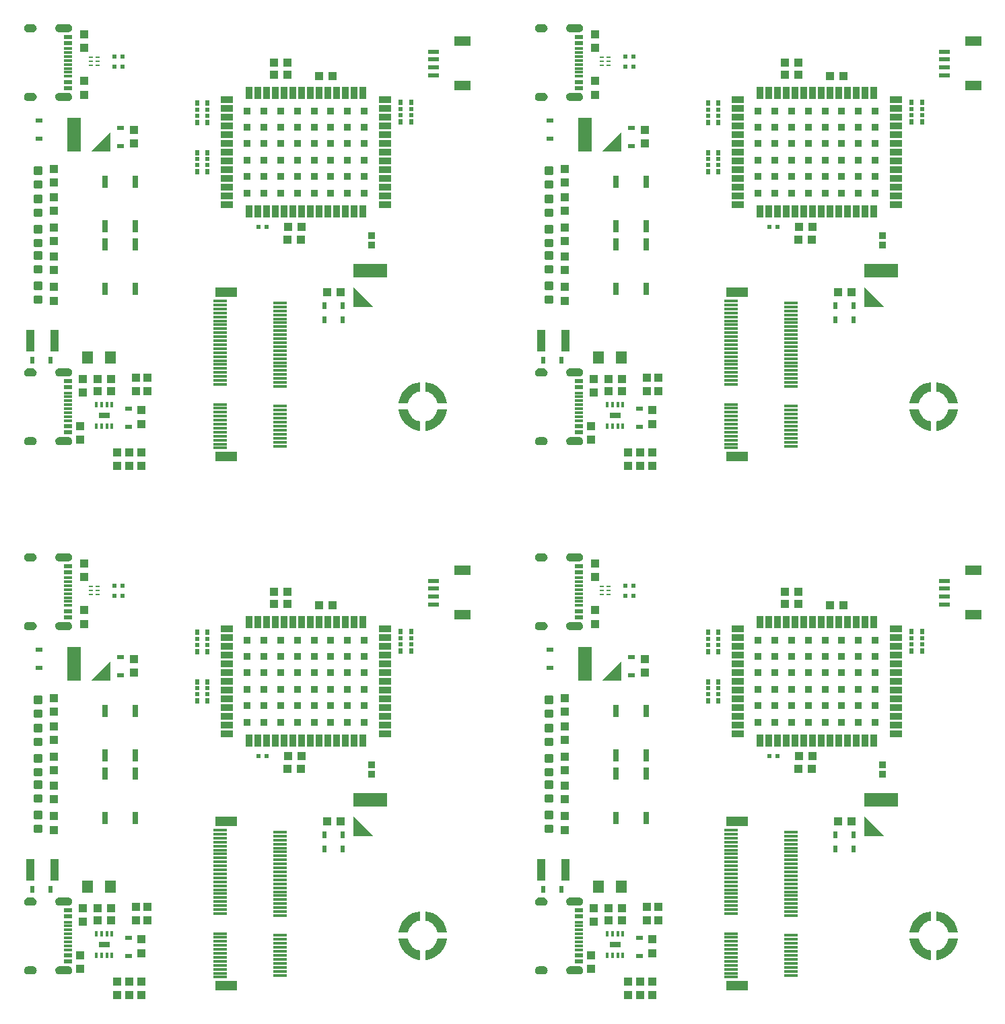
<source format=gtp>
G04 EAGLE Gerber RS-274X export*
G75*
%MOMM*%
%FSLAX34Y34*%
%LPD*%
%INSolderpaste Top*%
%IPPOS*%
%AMOC8*
5,1,8,0,0,1.08239X$1,22.5*%
G01*
%ADD10R,1.000000X0.300000*%
%ADD11R,1.000000X0.600000*%
%ADD12R,1.000000X1.100000*%
%ADD13R,1.375000X0.800000*%
%ADD14R,0.300000X0.650000*%
%ADD15R,1.100000X1.000000*%
%ADD16R,4.200000X1.700000*%
%ADD17R,0.630000X0.830000*%
%ADD18R,0.762000X1.524000*%
%ADD19R,1.000000X2.800000*%
%ADD20R,1.400000X1.600000*%
%ADD21R,0.830000X0.630000*%
%ADD22R,2.750000X1.200000*%
%ADD23R,1.750000X0.300000*%
%ADD24C,0.300000*%
%ADD25R,0.850000X1.520000*%
%ADD26R,1.520000X0.850000*%
%ADD27R,0.900000X0.900000*%
%ADD28R,0.550000X0.800000*%
%ADD29R,0.550000X0.500000*%
%ADD30R,0.600000X0.600000*%
%ADD31R,0.610000X0.250000*%
%ADD32R,0.560000X0.250000*%
%ADD33R,2.000000X1.200000*%
%ADD34R,1.350000X0.600000*%
%ADD35R,1.700000X4.200000*%
%ADD36R,0.900000X0.850000*%

G36*
X1143377Y749799D02*
X1143377Y749799D01*
X1143422Y749800D01*
X1143473Y749822D01*
X1143528Y749835D01*
X1143564Y749861D01*
X1143604Y749879D01*
X1143643Y749920D01*
X1143688Y749953D01*
X1143711Y749991D01*
X1143741Y750023D01*
X1143761Y750076D01*
X1143790Y750124D01*
X1143798Y750175D01*
X1143811Y750209D01*
X1143810Y750243D01*
X1143817Y750288D01*
X1143817Y761288D01*
X1143807Y761341D01*
X1143806Y761394D01*
X1143787Y761437D01*
X1143778Y761483D01*
X1143747Y761527D01*
X1143726Y761576D01*
X1143692Y761608D01*
X1143665Y761647D01*
X1143620Y761676D01*
X1143581Y761712D01*
X1143530Y761733D01*
X1143498Y761754D01*
X1143466Y761759D01*
X1143427Y761775D01*
X1140692Y762386D01*
X1138128Y763414D01*
X1135764Y764841D01*
X1133660Y766630D01*
X1131871Y768734D01*
X1130444Y771098D01*
X1129416Y773662D01*
X1128805Y776397D01*
X1128783Y776446D01*
X1128771Y776498D01*
X1128743Y776536D01*
X1128724Y776578D01*
X1128685Y776615D01*
X1128653Y776658D01*
X1128613Y776682D01*
X1128579Y776714D01*
X1128528Y776732D01*
X1128482Y776760D01*
X1128428Y776769D01*
X1128392Y776782D01*
X1128360Y776780D01*
X1128318Y776787D01*
X1117318Y776787D01*
X1117263Y776776D01*
X1117207Y776775D01*
X1117166Y776756D01*
X1117123Y776748D01*
X1117077Y776716D01*
X1117026Y776693D01*
X1116996Y776660D01*
X1116959Y776635D01*
X1116929Y776588D01*
X1116891Y776546D01*
X1116876Y776505D01*
X1116852Y776468D01*
X1116843Y776412D01*
X1116824Y776359D01*
X1116825Y776307D01*
X1116819Y776271D01*
X1116827Y776239D01*
X1116827Y776234D01*
X1116827Y776232D01*
X1116827Y776231D01*
X1116828Y776193D01*
X1117667Y771872D01*
X1117679Y771843D01*
X1117687Y771801D01*
X1119156Y767651D01*
X1119172Y767624D01*
X1119186Y767584D01*
X1121252Y763697D01*
X1121272Y763673D01*
X1121291Y763635D01*
X1123909Y760096D01*
X1123933Y760075D01*
X1123958Y760040D01*
X1127070Y756928D01*
X1127085Y756918D01*
X1127093Y756907D01*
X1127108Y756898D01*
X1127126Y756879D01*
X1130665Y754261D01*
X1130693Y754248D01*
X1130727Y754222D01*
X1134614Y752156D01*
X1134644Y752147D01*
X1134681Y752126D01*
X1138831Y750657D01*
X1138862Y750652D01*
X1138902Y750637D01*
X1143223Y749798D01*
X1143279Y749798D01*
X1143335Y749789D01*
X1143377Y749799D01*
G37*
G36*
X500757Y749799D02*
X500757Y749799D01*
X500802Y749800D01*
X500853Y749822D01*
X500908Y749835D01*
X500944Y749861D01*
X500984Y749879D01*
X501023Y749920D01*
X501068Y749953D01*
X501091Y749991D01*
X501121Y750023D01*
X501141Y750076D01*
X501170Y750124D01*
X501178Y750175D01*
X501191Y750209D01*
X501190Y750243D01*
X501197Y750288D01*
X501197Y761288D01*
X501187Y761341D01*
X501186Y761394D01*
X501167Y761437D01*
X501158Y761483D01*
X501127Y761527D01*
X501106Y761576D01*
X501072Y761608D01*
X501045Y761647D01*
X501000Y761676D01*
X500961Y761712D01*
X500910Y761733D01*
X500878Y761754D01*
X500846Y761759D01*
X500807Y761775D01*
X498072Y762386D01*
X495508Y763414D01*
X493144Y764841D01*
X491040Y766630D01*
X489251Y768734D01*
X487824Y771098D01*
X486796Y773662D01*
X486185Y776397D01*
X486163Y776446D01*
X486151Y776498D01*
X486123Y776536D01*
X486104Y776578D01*
X486065Y776615D01*
X486033Y776658D01*
X485993Y776682D01*
X485959Y776714D01*
X485908Y776732D01*
X485862Y776760D01*
X485808Y776769D01*
X485772Y776782D01*
X485740Y776780D01*
X485698Y776787D01*
X474698Y776787D01*
X474643Y776776D01*
X474587Y776775D01*
X474546Y776756D01*
X474503Y776748D01*
X474457Y776716D01*
X474406Y776693D01*
X474376Y776660D01*
X474339Y776635D01*
X474309Y776588D01*
X474271Y776546D01*
X474256Y776505D01*
X474232Y776468D01*
X474223Y776412D01*
X474204Y776359D01*
X474205Y776307D01*
X474199Y776271D01*
X474207Y776239D01*
X474207Y776234D01*
X474207Y776232D01*
X474207Y776231D01*
X474208Y776193D01*
X475047Y771872D01*
X475059Y771843D01*
X475067Y771801D01*
X476536Y767651D01*
X476552Y767624D01*
X476566Y767584D01*
X478632Y763697D01*
X478652Y763673D01*
X478671Y763635D01*
X481289Y760096D01*
X481313Y760075D01*
X481338Y760040D01*
X484450Y756928D01*
X484465Y756918D01*
X484473Y756907D01*
X484488Y756898D01*
X484506Y756879D01*
X488045Y754261D01*
X488073Y754248D01*
X488107Y754222D01*
X491994Y752156D01*
X492024Y752147D01*
X492061Y752126D01*
X496211Y750657D01*
X496242Y750652D01*
X496282Y750637D01*
X500603Y749798D01*
X500659Y749798D01*
X500715Y749789D01*
X500757Y749799D01*
G37*
G36*
X1143377Y84319D02*
X1143377Y84319D01*
X1143422Y84320D01*
X1143473Y84342D01*
X1143528Y84355D01*
X1143564Y84381D01*
X1143604Y84399D01*
X1143643Y84440D01*
X1143688Y84473D01*
X1143711Y84511D01*
X1143741Y84543D01*
X1143761Y84596D01*
X1143790Y84644D01*
X1143798Y84695D01*
X1143811Y84729D01*
X1143810Y84763D01*
X1143817Y84808D01*
X1143817Y95808D01*
X1143807Y95861D01*
X1143806Y95914D01*
X1143787Y95957D01*
X1143778Y96003D01*
X1143747Y96047D01*
X1143726Y96096D01*
X1143692Y96128D01*
X1143665Y96167D01*
X1143620Y96196D01*
X1143581Y96232D01*
X1143530Y96253D01*
X1143498Y96274D01*
X1143466Y96279D01*
X1143427Y96295D01*
X1140692Y96906D01*
X1138128Y97934D01*
X1135764Y99361D01*
X1133660Y101150D01*
X1131871Y103254D01*
X1130444Y105618D01*
X1129416Y108182D01*
X1128805Y110917D01*
X1128783Y110966D01*
X1128771Y111018D01*
X1128743Y111056D01*
X1128724Y111098D01*
X1128685Y111135D01*
X1128653Y111178D01*
X1128613Y111202D01*
X1128579Y111234D01*
X1128528Y111252D01*
X1128482Y111280D01*
X1128428Y111289D01*
X1128392Y111302D01*
X1128360Y111300D01*
X1128318Y111307D01*
X1117318Y111307D01*
X1117263Y111296D01*
X1117207Y111295D01*
X1117166Y111276D01*
X1117123Y111268D01*
X1117077Y111236D01*
X1117026Y111213D01*
X1116996Y111180D01*
X1116959Y111155D01*
X1116929Y111108D01*
X1116891Y111066D01*
X1116876Y111025D01*
X1116852Y110988D01*
X1116843Y110932D01*
X1116824Y110879D01*
X1116825Y110827D01*
X1116819Y110791D01*
X1116827Y110759D01*
X1116827Y110754D01*
X1116827Y110752D01*
X1116827Y110751D01*
X1116828Y110713D01*
X1117667Y106392D01*
X1117679Y106363D01*
X1117687Y106321D01*
X1119156Y102171D01*
X1119172Y102144D01*
X1119186Y102104D01*
X1121252Y98217D01*
X1121272Y98193D01*
X1121291Y98155D01*
X1123909Y94616D01*
X1123933Y94595D01*
X1123958Y94560D01*
X1127070Y91448D01*
X1127085Y91438D01*
X1127093Y91427D01*
X1127108Y91418D01*
X1127126Y91399D01*
X1130665Y88781D01*
X1130693Y88768D01*
X1130727Y88742D01*
X1134614Y86676D01*
X1134644Y86667D01*
X1134681Y86646D01*
X1138831Y85177D01*
X1138862Y85172D01*
X1138902Y85157D01*
X1143223Y84318D01*
X1143279Y84318D01*
X1143335Y84309D01*
X1143377Y84319D01*
G37*
G36*
X500757Y84319D02*
X500757Y84319D01*
X500802Y84320D01*
X500853Y84342D01*
X500908Y84355D01*
X500944Y84381D01*
X500984Y84399D01*
X501023Y84440D01*
X501068Y84473D01*
X501091Y84511D01*
X501121Y84543D01*
X501141Y84596D01*
X501170Y84644D01*
X501178Y84695D01*
X501191Y84729D01*
X501190Y84763D01*
X501197Y84808D01*
X501197Y95808D01*
X501187Y95861D01*
X501186Y95914D01*
X501167Y95957D01*
X501158Y96003D01*
X501127Y96047D01*
X501106Y96096D01*
X501072Y96128D01*
X501045Y96167D01*
X501000Y96196D01*
X500961Y96232D01*
X500910Y96253D01*
X500878Y96274D01*
X500846Y96279D01*
X500807Y96295D01*
X498072Y96906D01*
X495508Y97934D01*
X493144Y99361D01*
X491040Y101150D01*
X489251Y103254D01*
X487824Y105618D01*
X486796Y108182D01*
X486185Y110917D01*
X486163Y110966D01*
X486151Y111018D01*
X486123Y111056D01*
X486104Y111098D01*
X486065Y111135D01*
X486033Y111178D01*
X485993Y111202D01*
X485959Y111234D01*
X485908Y111252D01*
X485862Y111280D01*
X485808Y111289D01*
X485772Y111302D01*
X485740Y111300D01*
X485698Y111307D01*
X474698Y111307D01*
X474643Y111296D01*
X474587Y111295D01*
X474546Y111276D01*
X474503Y111268D01*
X474457Y111236D01*
X474406Y111213D01*
X474376Y111180D01*
X474339Y111155D01*
X474309Y111108D01*
X474271Y111066D01*
X474256Y111025D01*
X474232Y110988D01*
X474223Y110932D01*
X474204Y110879D01*
X474205Y110827D01*
X474199Y110791D01*
X474207Y110759D01*
X474207Y110754D01*
X474207Y110752D01*
X474207Y110751D01*
X474208Y110713D01*
X475047Y106392D01*
X475059Y106363D01*
X475067Y106321D01*
X476536Y102171D01*
X476552Y102144D01*
X476566Y102104D01*
X478632Y98217D01*
X478652Y98193D01*
X478671Y98155D01*
X481289Y94616D01*
X481313Y94595D01*
X481338Y94560D01*
X484450Y91448D01*
X484465Y91438D01*
X484473Y91427D01*
X484488Y91418D01*
X484506Y91399D01*
X488045Y88781D01*
X488073Y88768D01*
X488107Y88742D01*
X491994Y86676D01*
X492024Y86667D01*
X492061Y86646D01*
X496211Y85177D01*
X496242Y85172D01*
X496282Y85157D01*
X500603Y84318D01*
X500659Y84318D01*
X500715Y84309D01*
X500757Y84319D01*
G37*
G36*
X485751Y783799D02*
X485751Y783799D01*
X485804Y783800D01*
X485847Y783819D01*
X485893Y783828D01*
X485937Y783859D01*
X485986Y783880D01*
X486018Y783914D01*
X486057Y783941D01*
X486086Y783986D01*
X486122Y784025D01*
X486143Y784076D01*
X486164Y784108D01*
X486169Y784140D01*
X486185Y784179D01*
X486796Y786914D01*
X487824Y789478D01*
X489251Y791842D01*
X491040Y793946D01*
X493144Y795735D01*
X495508Y797162D01*
X498072Y798190D01*
X500807Y798801D01*
X500856Y798823D01*
X500908Y798835D01*
X500946Y798863D01*
X500988Y798882D01*
X501025Y798921D01*
X501068Y798953D01*
X501092Y798993D01*
X501124Y799027D01*
X501142Y799078D01*
X501170Y799124D01*
X501179Y799178D01*
X501192Y799214D01*
X501190Y799246D01*
X501197Y799288D01*
X501197Y810288D01*
X501186Y810343D01*
X501185Y810399D01*
X501166Y810440D01*
X501158Y810483D01*
X501126Y810529D01*
X501103Y810581D01*
X501070Y810610D01*
X501045Y810647D01*
X500998Y810677D01*
X500956Y810715D01*
X500915Y810730D01*
X500878Y810754D01*
X500822Y810763D01*
X500769Y810782D01*
X500717Y810781D01*
X500681Y810787D01*
X500649Y810779D01*
X500603Y810778D01*
X496282Y809939D01*
X496253Y809927D01*
X496211Y809919D01*
X492061Y808450D01*
X492034Y808434D01*
X491994Y808420D01*
X488107Y806354D01*
X488083Y806334D01*
X488045Y806315D01*
X484506Y803697D01*
X484485Y803673D01*
X484450Y803648D01*
X481338Y800536D01*
X481320Y800510D01*
X481289Y800480D01*
X478671Y796942D01*
X478658Y796913D01*
X478632Y796879D01*
X476566Y792992D01*
X476559Y792969D01*
X476550Y792955D01*
X476549Y792947D01*
X476536Y792925D01*
X475067Y788775D01*
X475062Y788744D01*
X475047Y788704D01*
X474208Y784383D01*
X474208Y784327D01*
X474199Y784271D01*
X474209Y784229D01*
X474210Y784184D01*
X474232Y784133D01*
X474245Y784078D01*
X474271Y784043D01*
X474289Y784002D01*
X474330Y783963D01*
X474363Y783918D01*
X474401Y783895D01*
X474433Y783865D01*
X474486Y783845D01*
X474534Y783816D01*
X474585Y783808D01*
X474619Y783795D01*
X474653Y783796D01*
X474698Y783789D01*
X485698Y783789D01*
X485751Y783799D01*
G37*
G36*
X1128371Y783799D02*
X1128371Y783799D01*
X1128424Y783800D01*
X1128467Y783819D01*
X1128513Y783828D01*
X1128557Y783859D01*
X1128606Y783880D01*
X1128638Y783914D01*
X1128677Y783941D01*
X1128706Y783986D01*
X1128742Y784025D01*
X1128763Y784076D01*
X1128784Y784108D01*
X1128789Y784140D01*
X1128805Y784179D01*
X1129416Y786914D01*
X1130444Y789478D01*
X1131871Y791842D01*
X1133660Y793946D01*
X1135764Y795735D01*
X1138128Y797162D01*
X1140692Y798190D01*
X1143427Y798801D01*
X1143476Y798823D01*
X1143528Y798835D01*
X1143566Y798863D01*
X1143608Y798882D01*
X1143645Y798921D01*
X1143688Y798953D01*
X1143712Y798993D01*
X1143744Y799027D01*
X1143762Y799078D01*
X1143790Y799124D01*
X1143799Y799178D01*
X1143812Y799214D01*
X1143810Y799246D01*
X1143817Y799288D01*
X1143817Y810288D01*
X1143806Y810343D01*
X1143805Y810399D01*
X1143786Y810440D01*
X1143778Y810483D01*
X1143746Y810529D01*
X1143723Y810581D01*
X1143690Y810610D01*
X1143665Y810647D01*
X1143618Y810677D01*
X1143576Y810715D01*
X1143535Y810730D01*
X1143498Y810754D01*
X1143442Y810763D01*
X1143389Y810782D01*
X1143337Y810781D01*
X1143301Y810787D01*
X1143269Y810779D01*
X1143223Y810778D01*
X1138902Y809939D01*
X1138873Y809927D01*
X1138831Y809919D01*
X1134681Y808450D01*
X1134654Y808434D01*
X1134614Y808420D01*
X1130727Y806354D01*
X1130703Y806334D01*
X1130665Y806315D01*
X1127126Y803697D01*
X1127105Y803673D01*
X1127070Y803648D01*
X1123958Y800536D01*
X1123940Y800510D01*
X1123909Y800480D01*
X1121291Y796942D01*
X1121278Y796913D01*
X1121252Y796879D01*
X1119186Y792992D01*
X1119179Y792969D01*
X1119170Y792955D01*
X1119169Y792947D01*
X1119156Y792925D01*
X1117687Y788775D01*
X1117682Y788744D01*
X1117667Y788704D01*
X1116828Y784383D01*
X1116828Y784327D01*
X1116819Y784271D01*
X1116829Y784229D01*
X1116830Y784184D01*
X1116852Y784133D01*
X1116865Y784078D01*
X1116891Y784043D01*
X1116909Y784002D01*
X1116950Y783963D01*
X1116983Y783918D01*
X1117021Y783895D01*
X1117053Y783865D01*
X1117106Y783845D01*
X1117154Y783816D01*
X1117205Y783808D01*
X1117239Y783795D01*
X1117273Y783796D01*
X1117318Y783789D01*
X1128318Y783789D01*
X1128371Y783799D01*
G37*
G36*
X1128371Y118319D02*
X1128371Y118319D01*
X1128424Y118320D01*
X1128467Y118339D01*
X1128513Y118348D01*
X1128557Y118379D01*
X1128606Y118400D01*
X1128638Y118434D01*
X1128677Y118461D01*
X1128706Y118506D01*
X1128742Y118545D01*
X1128763Y118596D01*
X1128784Y118628D01*
X1128789Y118660D01*
X1128805Y118699D01*
X1129416Y121434D01*
X1130444Y123998D01*
X1131871Y126362D01*
X1133660Y128466D01*
X1135764Y130255D01*
X1138128Y131682D01*
X1140692Y132710D01*
X1143427Y133321D01*
X1143476Y133343D01*
X1143528Y133355D01*
X1143566Y133383D01*
X1143608Y133402D01*
X1143645Y133441D01*
X1143688Y133473D01*
X1143712Y133513D01*
X1143744Y133547D01*
X1143762Y133598D01*
X1143790Y133644D01*
X1143799Y133698D01*
X1143812Y133734D01*
X1143810Y133766D01*
X1143817Y133808D01*
X1143817Y144808D01*
X1143806Y144863D01*
X1143805Y144919D01*
X1143786Y144960D01*
X1143778Y145003D01*
X1143746Y145049D01*
X1143723Y145101D01*
X1143690Y145130D01*
X1143665Y145167D01*
X1143618Y145197D01*
X1143576Y145235D01*
X1143535Y145250D01*
X1143498Y145274D01*
X1143442Y145283D01*
X1143389Y145302D01*
X1143337Y145301D01*
X1143301Y145307D01*
X1143269Y145299D01*
X1143223Y145298D01*
X1138902Y144459D01*
X1138873Y144447D01*
X1138831Y144439D01*
X1134681Y142970D01*
X1134654Y142954D01*
X1134614Y142940D01*
X1130727Y140874D01*
X1130703Y140854D01*
X1130665Y140835D01*
X1127126Y138217D01*
X1127105Y138193D01*
X1127070Y138168D01*
X1123958Y135056D01*
X1123940Y135030D01*
X1123909Y135000D01*
X1121291Y131462D01*
X1121278Y131433D01*
X1121252Y131399D01*
X1119186Y127512D01*
X1119179Y127489D01*
X1119170Y127475D01*
X1119169Y127467D01*
X1119156Y127445D01*
X1117687Y123295D01*
X1117682Y123264D01*
X1117667Y123224D01*
X1116828Y118903D01*
X1116828Y118847D01*
X1116819Y118791D01*
X1116829Y118749D01*
X1116830Y118704D01*
X1116852Y118653D01*
X1116865Y118598D01*
X1116891Y118563D01*
X1116909Y118522D01*
X1116950Y118483D01*
X1116983Y118438D01*
X1117021Y118415D01*
X1117053Y118385D01*
X1117106Y118365D01*
X1117154Y118336D01*
X1117205Y118328D01*
X1117239Y118315D01*
X1117273Y118316D01*
X1117318Y118309D01*
X1128318Y118309D01*
X1128371Y118319D01*
G37*
G36*
X485751Y118319D02*
X485751Y118319D01*
X485804Y118320D01*
X485847Y118339D01*
X485893Y118348D01*
X485937Y118379D01*
X485986Y118400D01*
X486018Y118434D01*
X486057Y118461D01*
X486086Y118506D01*
X486122Y118545D01*
X486143Y118596D01*
X486164Y118628D01*
X486169Y118660D01*
X486185Y118699D01*
X486796Y121434D01*
X487824Y123998D01*
X489251Y126362D01*
X491040Y128466D01*
X493144Y130255D01*
X495508Y131682D01*
X498072Y132710D01*
X500807Y133321D01*
X500856Y133343D01*
X500908Y133355D01*
X500946Y133383D01*
X500988Y133402D01*
X501025Y133441D01*
X501068Y133473D01*
X501092Y133513D01*
X501124Y133547D01*
X501142Y133598D01*
X501170Y133644D01*
X501179Y133698D01*
X501192Y133734D01*
X501190Y133766D01*
X501197Y133808D01*
X501197Y144808D01*
X501186Y144863D01*
X501185Y144919D01*
X501166Y144960D01*
X501158Y145003D01*
X501126Y145049D01*
X501103Y145101D01*
X501070Y145130D01*
X501045Y145167D01*
X500998Y145197D01*
X500956Y145235D01*
X500915Y145250D01*
X500878Y145274D01*
X500822Y145283D01*
X500769Y145302D01*
X500717Y145301D01*
X500681Y145307D01*
X500649Y145299D01*
X500603Y145298D01*
X496282Y144459D01*
X496253Y144447D01*
X496211Y144439D01*
X492061Y142970D01*
X492034Y142954D01*
X491994Y142940D01*
X488107Y140874D01*
X488083Y140854D01*
X488045Y140835D01*
X484506Y138217D01*
X484485Y138193D01*
X484450Y138168D01*
X481338Y135056D01*
X481320Y135030D01*
X481289Y135000D01*
X478671Y131462D01*
X478658Y131433D01*
X478632Y131399D01*
X476566Y127512D01*
X476559Y127489D01*
X476550Y127475D01*
X476549Y127467D01*
X476536Y127445D01*
X475067Y123295D01*
X475062Y123264D01*
X475047Y123224D01*
X474208Y118903D01*
X474208Y118847D01*
X474199Y118791D01*
X474209Y118749D01*
X474210Y118704D01*
X474232Y118653D01*
X474245Y118598D01*
X474271Y118563D01*
X474289Y118522D01*
X474330Y118483D01*
X474363Y118438D01*
X474401Y118415D01*
X474433Y118385D01*
X474486Y118365D01*
X474534Y118336D01*
X474585Y118328D01*
X474619Y118315D01*
X474653Y118316D01*
X474698Y118309D01*
X485698Y118309D01*
X485751Y118319D01*
G37*
G36*
X534753Y783800D02*
X534753Y783800D01*
X534809Y783801D01*
X534850Y783820D01*
X534893Y783828D01*
X534939Y783860D01*
X534991Y783883D01*
X535020Y783916D01*
X535057Y783941D01*
X535087Y783988D01*
X535125Y784030D01*
X535140Y784071D01*
X535164Y784108D01*
X535173Y784164D01*
X535192Y784217D01*
X535191Y784269D01*
X535197Y784305D01*
X535189Y784337D01*
X535188Y784383D01*
X534349Y788704D01*
X534337Y788733D01*
X534329Y788775D01*
X532860Y792925D01*
X532844Y792952D01*
X532835Y792979D01*
X532833Y792985D01*
X532832Y792987D01*
X532830Y792992D01*
X530764Y796879D01*
X530744Y796903D01*
X530725Y796942D01*
X528107Y800480D01*
X528083Y800501D01*
X528058Y800536D01*
X524946Y803648D01*
X524920Y803666D01*
X524890Y803697D01*
X521352Y806315D01*
X521323Y806328D01*
X521289Y806354D01*
X517402Y808420D01*
X517372Y808429D01*
X517335Y808450D01*
X513185Y809919D01*
X513154Y809924D01*
X513114Y809939D01*
X508793Y810778D01*
X508737Y810778D01*
X508681Y810787D01*
X508639Y810777D01*
X508594Y810776D01*
X508543Y810754D01*
X508488Y810741D01*
X508453Y810715D01*
X508412Y810697D01*
X508373Y810656D01*
X508328Y810623D01*
X508305Y810585D01*
X508275Y810553D01*
X508255Y810500D01*
X508226Y810452D01*
X508218Y810401D01*
X508205Y810367D01*
X508206Y810333D01*
X508199Y810288D01*
X508199Y799288D01*
X508209Y799235D01*
X508210Y799182D01*
X508229Y799139D01*
X508238Y799093D01*
X508269Y799049D01*
X508290Y799000D01*
X508324Y798968D01*
X508351Y798929D01*
X508396Y798900D01*
X508435Y798864D01*
X508486Y798843D01*
X508518Y798822D01*
X508550Y798817D01*
X508589Y798801D01*
X511324Y798190D01*
X513888Y797162D01*
X516252Y795735D01*
X518356Y793946D01*
X520145Y791842D01*
X521572Y789478D01*
X522600Y786914D01*
X523211Y784179D01*
X523233Y784130D01*
X523245Y784078D01*
X523273Y784040D01*
X523292Y783998D01*
X523331Y783961D01*
X523363Y783918D01*
X523403Y783894D01*
X523437Y783862D01*
X523488Y783844D01*
X523534Y783816D01*
X523588Y783807D01*
X523624Y783794D01*
X523656Y783796D01*
X523698Y783789D01*
X534698Y783789D01*
X534753Y783800D01*
G37*
G36*
X1177373Y783800D02*
X1177373Y783800D01*
X1177429Y783801D01*
X1177470Y783820D01*
X1177513Y783828D01*
X1177559Y783860D01*
X1177611Y783883D01*
X1177640Y783916D01*
X1177677Y783941D01*
X1177707Y783988D01*
X1177745Y784030D01*
X1177760Y784071D01*
X1177784Y784108D01*
X1177793Y784164D01*
X1177812Y784217D01*
X1177811Y784269D01*
X1177817Y784305D01*
X1177809Y784337D01*
X1177808Y784383D01*
X1176969Y788704D01*
X1176957Y788733D01*
X1176949Y788775D01*
X1175480Y792925D01*
X1175464Y792952D01*
X1175455Y792979D01*
X1175453Y792985D01*
X1175452Y792987D01*
X1175450Y792992D01*
X1173384Y796879D01*
X1173364Y796903D01*
X1173345Y796942D01*
X1170727Y800480D01*
X1170703Y800501D01*
X1170678Y800536D01*
X1167566Y803648D01*
X1167540Y803666D01*
X1167510Y803697D01*
X1163972Y806315D01*
X1163943Y806328D01*
X1163909Y806354D01*
X1160022Y808420D01*
X1159992Y808429D01*
X1159955Y808450D01*
X1155805Y809919D01*
X1155774Y809924D01*
X1155734Y809939D01*
X1151413Y810778D01*
X1151357Y810778D01*
X1151301Y810787D01*
X1151259Y810777D01*
X1151214Y810776D01*
X1151163Y810754D01*
X1151108Y810741D01*
X1151073Y810715D01*
X1151032Y810697D01*
X1150993Y810656D01*
X1150948Y810623D01*
X1150925Y810585D01*
X1150895Y810553D01*
X1150875Y810500D01*
X1150846Y810452D01*
X1150838Y810401D01*
X1150825Y810367D01*
X1150826Y810333D01*
X1150819Y810288D01*
X1150819Y799288D01*
X1150829Y799235D01*
X1150830Y799182D01*
X1150849Y799139D01*
X1150858Y799093D01*
X1150889Y799049D01*
X1150910Y799000D01*
X1150944Y798968D01*
X1150971Y798929D01*
X1151016Y798900D01*
X1151055Y798864D01*
X1151106Y798843D01*
X1151138Y798822D01*
X1151170Y798817D01*
X1151209Y798801D01*
X1153944Y798190D01*
X1156508Y797162D01*
X1158872Y795735D01*
X1160976Y793946D01*
X1162765Y791842D01*
X1164192Y789478D01*
X1165220Y786914D01*
X1165831Y784179D01*
X1165853Y784130D01*
X1165865Y784078D01*
X1165893Y784040D01*
X1165912Y783998D01*
X1165951Y783961D01*
X1165983Y783918D01*
X1166023Y783894D01*
X1166057Y783862D01*
X1166108Y783844D01*
X1166154Y783816D01*
X1166208Y783807D01*
X1166244Y783794D01*
X1166276Y783796D01*
X1166318Y783789D01*
X1177318Y783789D01*
X1177373Y783800D01*
G37*
G36*
X1177373Y118320D02*
X1177373Y118320D01*
X1177429Y118321D01*
X1177470Y118340D01*
X1177513Y118348D01*
X1177559Y118380D01*
X1177611Y118403D01*
X1177640Y118436D01*
X1177677Y118461D01*
X1177707Y118508D01*
X1177745Y118550D01*
X1177760Y118591D01*
X1177784Y118628D01*
X1177793Y118684D01*
X1177812Y118737D01*
X1177811Y118789D01*
X1177817Y118825D01*
X1177809Y118857D01*
X1177808Y118903D01*
X1176969Y123224D01*
X1176957Y123253D01*
X1176949Y123295D01*
X1175480Y127445D01*
X1175464Y127472D01*
X1175455Y127499D01*
X1175453Y127505D01*
X1175452Y127507D01*
X1175450Y127512D01*
X1173384Y131399D01*
X1173364Y131423D01*
X1173345Y131462D01*
X1170727Y135000D01*
X1170703Y135021D01*
X1170678Y135056D01*
X1167566Y138168D01*
X1167540Y138186D01*
X1167510Y138217D01*
X1163972Y140835D01*
X1163943Y140848D01*
X1163909Y140874D01*
X1160022Y142940D01*
X1159992Y142949D01*
X1159955Y142970D01*
X1155805Y144439D01*
X1155774Y144444D01*
X1155734Y144459D01*
X1151413Y145298D01*
X1151357Y145298D01*
X1151301Y145307D01*
X1151259Y145297D01*
X1151214Y145296D01*
X1151163Y145274D01*
X1151108Y145261D01*
X1151073Y145235D01*
X1151032Y145217D01*
X1150993Y145176D01*
X1150948Y145143D01*
X1150925Y145105D01*
X1150895Y145073D01*
X1150875Y145020D01*
X1150846Y144972D01*
X1150838Y144921D01*
X1150825Y144887D01*
X1150826Y144853D01*
X1150819Y144808D01*
X1150819Y133808D01*
X1150829Y133755D01*
X1150830Y133702D01*
X1150849Y133659D01*
X1150858Y133613D01*
X1150889Y133569D01*
X1150910Y133520D01*
X1150944Y133488D01*
X1150971Y133449D01*
X1151016Y133420D01*
X1151055Y133384D01*
X1151106Y133363D01*
X1151138Y133342D01*
X1151170Y133337D01*
X1151209Y133321D01*
X1153944Y132710D01*
X1156508Y131682D01*
X1158872Y130255D01*
X1160976Y128466D01*
X1162765Y126362D01*
X1164192Y123998D01*
X1165220Y121434D01*
X1165831Y118699D01*
X1165853Y118650D01*
X1165865Y118598D01*
X1165893Y118560D01*
X1165912Y118518D01*
X1165951Y118481D01*
X1165983Y118438D01*
X1166023Y118414D01*
X1166057Y118382D01*
X1166108Y118364D01*
X1166154Y118336D01*
X1166208Y118327D01*
X1166244Y118314D01*
X1166276Y118316D01*
X1166318Y118309D01*
X1177318Y118309D01*
X1177373Y118320D01*
G37*
G36*
X534753Y118320D02*
X534753Y118320D01*
X534809Y118321D01*
X534850Y118340D01*
X534893Y118348D01*
X534939Y118380D01*
X534991Y118403D01*
X535020Y118436D01*
X535057Y118461D01*
X535087Y118508D01*
X535125Y118550D01*
X535140Y118591D01*
X535164Y118628D01*
X535173Y118684D01*
X535192Y118737D01*
X535191Y118789D01*
X535197Y118825D01*
X535189Y118857D01*
X535188Y118903D01*
X534349Y123224D01*
X534337Y123253D01*
X534329Y123295D01*
X532860Y127445D01*
X532844Y127472D01*
X532835Y127499D01*
X532833Y127505D01*
X532832Y127507D01*
X532830Y127512D01*
X530764Y131399D01*
X530744Y131423D01*
X530725Y131462D01*
X528107Y135000D01*
X528083Y135021D01*
X528058Y135056D01*
X524946Y138168D01*
X524920Y138186D01*
X524890Y138217D01*
X521352Y140835D01*
X521323Y140848D01*
X521289Y140874D01*
X517402Y142940D01*
X517372Y142949D01*
X517335Y142970D01*
X513185Y144439D01*
X513154Y144444D01*
X513114Y144459D01*
X508793Y145298D01*
X508737Y145298D01*
X508681Y145307D01*
X508639Y145297D01*
X508594Y145296D01*
X508543Y145274D01*
X508488Y145261D01*
X508453Y145235D01*
X508412Y145217D01*
X508373Y145176D01*
X508328Y145143D01*
X508305Y145105D01*
X508275Y145073D01*
X508255Y145020D01*
X508226Y144972D01*
X508218Y144921D01*
X508205Y144887D01*
X508206Y144853D01*
X508199Y144808D01*
X508199Y133808D01*
X508209Y133755D01*
X508210Y133702D01*
X508229Y133659D01*
X508238Y133613D01*
X508269Y133569D01*
X508290Y133520D01*
X508324Y133488D01*
X508351Y133449D01*
X508396Y133420D01*
X508435Y133384D01*
X508486Y133363D01*
X508518Y133342D01*
X508550Y133337D01*
X508589Y133321D01*
X511324Y132710D01*
X513888Y131682D01*
X516252Y130255D01*
X518356Y128466D01*
X520145Y126362D01*
X521572Y123998D01*
X522600Y121434D01*
X523211Y118699D01*
X523233Y118650D01*
X523245Y118598D01*
X523273Y118560D01*
X523292Y118518D01*
X523331Y118481D01*
X523363Y118438D01*
X523403Y118414D01*
X523437Y118382D01*
X523488Y118364D01*
X523534Y118336D01*
X523588Y118327D01*
X523624Y118314D01*
X523656Y118316D01*
X523698Y118309D01*
X534698Y118309D01*
X534753Y118320D01*
G37*
G36*
X508747Y749797D02*
X508747Y749797D01*
X508793Y749798D01*
X513114Y750637D01*
X513143Y750649D01*
X513185Y750657D01*
X517335Y752126D01*
X517362Y752142D01*
X517402Y752156D01*
X521289Y754222D01*
X521313Y754242D01*
X521352Y754261D01*
X524890Y756879D01*
X524911Y756903D01*
X524946Y756928D01*
X528058Y760040D01*
X528076Y760067D01*
X528107Y760096D01*
X530725Y763635D01*
X530738Y763663D01*
X530764Y763697D01*
X532830Y767584D01*
X532839Y767614D01*
X532860Y767651D01*
X534329Y771801D01*
X534334Y771832D01*
X534349Y771872D01*
X535188Y776193D01*
X535188Y776249D01*
X535197Y776305D01*
X535187Y776347D01*
X535186Y776392D01*
X535164Y776443D01*
X535151Y776498D01*
X535125Y776534D01*
X535107Y776574D01*
X535066Y776613D01*
X535033Y776658D01*
X534995Y776681D01*
X534963Y776711D01*
X534910Y776731D01*
X534862Y776760D01*
X534811Y776768D01*
X534777Y776781D01*
X534743Y776780D01*
X534698Y776787D01*
X523698Y776787D01*
X523645Y776777D01*
X523592Y776776D01*
X523549Y776757D01*
X523503Y776748D01*
X523459Y776717D01*
X523410Y776696D01*
X523378Y776662D01*
X523339Y776635D01*
X523310Y776590D01*
X523274Y776551D01*
X523253Y776500D01*
X523232Y776468D01*
X523227Y776436D01*
X523224Y776430D01*
X523223Y776429D01*
X523223Y776428D01*
X523211Y776397D01*
X522600Y773662D01*
X521572Y771098D01*
X520145Y768734D01*
X518356Y766630D01*
X516252Y764841D01*
X513888Y763414D01*
X511324Y762386D01*
X508589Y761775D01*
X508540Y761753D01*
X508488Y761741D01*
X508450Y761713D01*
X508408Y761694D01*
X508371Y761655D01*
X508328Y761623D01*
X508304Y761583D01*
X508272Y761549D01*
X508254Y761498D01*
X508226Y761452D01*
X508217Y761398D01*
X508204Y761362D01*
X508206Y761330D01*
X508199Y761288D01*
X508199Y750288D01*
X508210Y750233D01*
X508211Y750177D01*
X508230Y750136D01*
X508238Y750093D01*
X508270Y750047D01*
X508293Y749996D01*
X508326Y749966D01*
X508351Y749929D01*
X508398Y749899D01*
X508440Y749861D01*
X508481Y749846D01*
X508518Y749822D01*
X508574Y749813D01*
X508627Y749794D01*
X508679Y749795D01*
X508715Y749789D01*
X508747Y749797D01*
G37*
G36*
X1151367Y749797D02*
X1151367Y749797D01*
X1151413Y749798D01*
X1155734Y750637D01*
X1155763Y750649D01*
X1155805Y750657D01*
X1159955Y752126D01*
X1159982Y752142D01*
X1160022Y752156D01*
X1163909Y754222D01*
X1163933Y754242D01*
X1163972Y754261D01*
X1167510Y756879D01*
X1167531Y756903D01*
X1167566Y756928D01*
X1170678Y760040D01*
X1170696Y760067D01*
X1170727Y760096D01*
X1173345Y763635D01*
X1173358Y763663D01*
X1173384Y763697D01*
X1175450Y767584D01*
X1175459Y767614D01*
X1175480Y767651D01*
X1176949Y771801D01*
X1176954Y771832D01*
X1176969Y771872D01*
X1177808Y776193D01*
X1177808Y776249D01*
X1177817Y776305D01*
X1177807Y776347D01*
X1177806Y776392D01*
X1177784Y776443D01*
X1177771Y776498D01*
X1177745Y776534D01*
X1177727Y776574D01*
X1177686Y776613D01*
X1177653Y776658D01*
X1177615Y776681D01*
X1177583Y776711D01*
X1177530Y776731D01*
X1177482Y776760D01*
X1177431Y776768D01*
X1177397Y776781D01*
X1177363Y776780D01*
X1177318Y776787D01*
X1166318Y776787D01*
X1166265Y776777D01*
X1166212Y776776D01*
X1166169Y776757D01*
X1166123Y776748D01*
X1166079Y776717D01*
X1166030Y776696D01*
X1165998Y776662D01*
X1165959Y776635D01*
X1165930Y776590D01*
X1165894Y776551D01*
X1165873Y776500D01*
X1165852Y776468D01*
X1165847Y776436D01*
X1165844Y776430D01*
X1165843Y776429D01*
X1165843Y776428D01*
X1165831Y776397D01*
X1165220Y773662D01*
X1164192Y771098D01*
X1162765Y768734D01*
X1160976Y766630D01*
X1158872Y764841D01*
X1156508Y763414D01*
X1153944Y762386D01*
X1151209Y761775D01*
X1151160Y761753D01*
X1151108Y761741D01*
X1151070Y761713D01*
X1151028Y761694D01*
X1150991Y761655D01*
X1150948Y761623D01*
X1150924Y761583D01*
X1150892Y761549D01*
X1150874Y761498D01*
X1150846Y761452D01*
X1150837Y761398D01*
X1150824Y761362D01*
X1150826Y761330D01*
X1150819Y761288D01*
X1150819Y750288D01*
X1150830Y750233D01*
X1150831Y750177D01*
X1150850Y750136D01*
X1150858Y750093D01*
X1150890Y750047D01*
X1150913Y749996D01*
X1150946Y749966D01*
X1150971Y749929D01*
X1151018Y749899D01*
X1151060Y749861D01*
X1151101Y749846D01*
X1151138Y749822D01*
X1151194Y749813D01*
X1151247Y749794D01*
X1151299Y749795D01*
X1151335Y749789D01*
X1151367Y749797D01*
G37*
G36*
X1151367Y84317D02*
X1151367Y84317D01*
X1151413Y84318D01*
X1155734Y85157D01*
X1155763Y85169D01*
X1155805Y85177D01*
X1159955Y86646D01*
X1159982Y86662D01*
X1160022Y86676D01*
X1163909Y88742D01*
X1163933Y88762D01*
X1163972Y88781D01*
X1167510Y91399D01*
X1167531Y91423D01*
X1167566Y91448D01*
X1170678Y94560D01*
X1170696Y94587D01*
X1170727Y94616D01*
X1173345Y98155D01*
X1173358Y98183D01*
X1173384Y98217D01*
X1175450Y102104D01*
X1175459Y102134D01*
X1175480Y102171D01*
X1176949Y106321D01*
X1176954Y106352D01*
X1176969Y106392D01*
X1177808Y110713D01*
X1177808Y110769D01*
X1177817Y110825D01*
X1177807Y110867D01*
X1177806Y110912D01*
X1177784Y110963D01*
X1177771Y111018D01*
X1177745Y111054D01*
X1177727Y111094D01*
X1177686Y111133D01*
X1177653Y111178D01*
X1177615Y111201D01*
X1177583Y111231D01*
X1177530Y111251D01*
X1177482Y111280D01*
X1177431Y111288D01*
X1177397Y111301D01*
X1177363Y111300D01*
X1177318Y111307D01*
X1166318Y111307D01*
X1166265Y111297D01*
X1166212Y111296D01*
X1166169Y111277D01*
X1166123Y111268D01*
X1166079Y111237D01*
X1166030Y111216D01*
X1165998Y111182D01*
X1165959Y111155D01*
X1165930Y111110D01*
X1165894Y111071D01*
X1165873Y111020D01*
X1165852Y110988D01*
X1165847Y110956D01*
X1165844Y110950D01*
X1165843Y110949D01*
X1165843Y110948D01*
X1165831Y110917D01*
X1165220Y108182D01*
X1164192Y105618D01*
X1162765Y103254D01*
X1160976Y101150D01*
X1158872Y99361D01*
X1156508Y97934D01*
X1153944Y96906D01*
X1151209Y96295D01*
X1151160Y96273D01*
X1151108Y96261D01*
X1151070Y96233D01*
X1151028Y96214D01*
X1150991Y96175D01*
X1150948Y96143D01*
X1150924Y96103D01*
X1150892Y96069D01*
X1150874Y96018D01*
X1150846Y95972D01*
X1150837Y95918D01*
X1150824Y95882D01*
X1150826Y95850D01*
X1150819Y95808D01*
X1150819Y84808D01*
X1150830Y84753D01*
X1150831Y84697D01*
X1150850Y84656D01*
X1150858Y84613D01*
X1150890Y84567D01*
X1150913Y84516D01*
X1150946Y84486D01*
X1150971Y84449D01*
X1151018Y84419D01*
X1151060Y84381D01*
X1151101Y84366D01*
X1151138Y84342D01*
X1151194Y84333D01*
X1151247Y84314D01*
X1151299Y84315D01*
X1151335Y84309D01*
X1151367Y84317D01*
G37*
G36*
X508747Y84317D02*
X508747Y84317D01*
X508793Y84318D01*
X513114Y85157D01*
X513143Y85169D01*
X513185Y85177D01*
X517335Y86646D01*
X517362Y86662D01*
X517402Y86676D01*
X521289Y88742D01*
X521313Y88762D01*
X521352Y88781D01*
X524890Y91399D01*
X524911Y91423D01*
X524946Y91448D01*
X528058Y94560D01*
X528076Y94587D01*
X528107Y94616D01*
X530725Y98155D01*
X530738Y98183D01*
X530764Y98217D01*
X532830Y102104D01*
X532839Y102134D01*
X532860Y102171D01*
X534329Y106321D01*
X534334Y106352D01*
X534349Y106392D01*
X535188Y110713D01*
X535188Y110769D01*
X535197Y110825D01*
X535187Y110867D01*
X535186Y110912D01*
X535164Y110963D01*
X535151Y111018D01*
X535125Y111054D01*
X535107Y111094D01*
X535066Y111133D01*
X535033Y111178D01*
X534995Y111201D01*
X534963Y111231D01*
X534910Y111251D01*
X534862Y111280D01*
X534811Y111288D01*
X534777Y111301D01*
X534743Y111300D01*
X534698Y111307D01*
X523698Y111307D01*
X523645Y111297D01*
X523592Y111296D01*
X523549Y111277D01*
X523503Y111268D01*
X523459Y111237D01*
X523410Y111216D01*
X523378Y111182D01*
X523339Y111155D01*
X523310Y111110D01*
X523274Y111071D01*
X523253Y111020D01*
X523232Y110988D01*
X523227Y110956D01*
X523224Y110950D01*
X523223Y110949D01*
X523223Y110948D01*
X523211Y110917D01*
X522600Y108182D01*
X521572Y105618D01*
X520145Y103254D01*
X518356Y101150D01*
X516252Y99361D01*
X513888Y97934D01*
X511324Y96906D01*
X508589Y96295D01*
X508540Y96273D01*
X508488Y96261D01*
X508450Y96233D01*
X508408Y96214D01*
X508371Y96175D01*
X508328Y96143D01*
X508304Y96103D01*
X508272Y96069D01*
X508254Y96018D01*
X508226Y95972D01*
X508217Y95918D01*
X508204Y95882D01*
X508206Y95850D01*
X508199Y95808D01*
X508199Y84808D01*
X508210Y84753D01*
X508211Y84697D01*
X508230Y84656D01*
X508238Y84613D01*
X508270Y84567D01*
X508293Y84516D01*
X508326Y84486D01*
X508351Y84449D01*
X508398Y84419D01*
X508440Y84381D01*
X508481Y84366D01*
X508518Y84342D01*
X508574Y84333D01*
X508627Y84314D01*
X508679Y84315D01*
X508715Y84309D01*
X508747Y84317D01*
G37*
G36*
X754526Y435236D02*
X754526Y435236D01*
X754543Y435233D01*
X754593Y435255D01*
X754644Y435270D01*
X754655Y435283D01*
X754671Y435290D01*
X754701Y435335D01*
X754736Y435375D01*
X754739Y435392D01*
X754748Y435407D01*
X754759Y435480D01*
X754759Y459480D01*
X754747Y459522D01*
X754744Y459566D01*
X754728Y459588D01*
X754720Y459614D01*
X754687Y459643D01*
X754661Y459678D01*
X754635Y459688D01*
X754615Y459706D01*
X754571Y459713D01*
X754531Y459728D01*
X754504Y459723D01*
X754477Y459727D01*
X754436Y459709D01*
X754394Y459700D01*
X754358Y459674D01*
X754349Y459670D01*
X754345Y459665D01*
X754334Y459656D01*
X730334Y435656D01*
X730313Y435618D01*
X730284Y435585D01*
X730280Y435558D01*
X730267Y435534D01*
X730270Y435490D01*
X730263Y435447D01*
X730274Y435422D01*
X730276Y435394D01*
X730302Y435359D01*
X730320Y435319D01*
X730343Y435304D01*
X730359Y435282D01*
X730400Y435266D01*
X730437Y435242D01*
X730480Y435235D01*
X730489Y435232D01*
X730496Y435233D01*
X730510Y435231D01*
X754510Y435231D01*
X754526Y435236D01*
G37*
G36*
X111906Y435236D02*
X111906Y435236D01*
X111923Y435233D01*
X111973Y435255D01*
X112024Y435270D01*
X112035Y435283D01*
X112051Y435290D01*
X112081Y435335D01*
X112116Y435375D01*
X112119Y435392D01*
X112128Y435407D01*
X112139Y435480D01*
X112139Y459480D01*
X112127Y459522D01*
X112124Y459566D01*
X112108Y459588D01*
X112100Y459614D01*
X112067Y459643D01*
X112041Y459678D01*
X112015Y459688D01*
X111995Y459706D01*
X111951Y459713D01*
X111911Y459728D01*
X111884Y459723D01*
X111857Y459727D01*
X111816Y459709D01*
X111774Y459700D01*
X111738Y459674D01*
X111729Y459670D01*
X111725Y459665D01*
X111714Y459656D01*
X87714Y435656D01*
X87693Y435618D01*
X87664Y435585D01*
X87660Y435558D01*
X87647Y435534D01*
X87650Y435490D01*
X87643Y435447D01*
X87654Y435422D01*
X87656Y435394D01*
X87682Y435359D01*
X87700Y435319D01*
X87723Y435304D01*
X87739Y435282D01*
X87780Y435266D01*
X87817Y435242D01*
X87860Y435235D01*
X87869Y435232D01*
X87876Y435233D01*
X87890Y435231D01*
X111890Y435231D01*
X111906Y435236D01*
G37*
G36*
X754526Y1100716D02*
X754526Y1100716D01*
X754543Y1100713D01*
X754593Y1100735D01*
X754644Y1100750D01*
X754655Y1100763D01*
X754671Y1100770D01*
X754701Y1100815D01*
X754736Y1100855D01*
X754739Y1100872D01*
X754748Y1100887D01*
X754759Y1100960D01*
X754759Y1124960D01*
X754747Y1125002D01*
X754744Y1125046D01*
X754728Y1125068D01*
X754720Y1125094D01*
X754687Y1125123D01*
X754661Y1125158D01*
X754635Y1125168D01*
X754615Y1125186D01*
X754571Y1125193D01*
X754531Y1125208D01*
X754504Y1125203D01*
X754477Y1125207D01*
X754436Y1125189D01*
X754394Y1125180D01*
X754358Y1125154D01*
X754349Y1125150D01*
X754345Y1125145D01*
X754334Y1125136D01*
X730334Y1101136D01*
X730313Y1101098D01*
X730284Y1101065D01*
X730280Y1101038D01*
X730267Y1101014D01*
X730270Y1100970D01*
X730263Y1100927D01*
X730274Y1100902D01*
X730276Y1100874D01*
X730302Y1100839D01*
X730320Y1100799D01*
X730343Y1100784D01*
X730359Y1100762D01*
X730400Y1100746D01*
X730437Y1100722D01*
X730480Y1100715D01*
X730489Y1100712D01*
X730496Y1100713D01*
X730510Y1100711D01*
X754510Y1100711D01*
X754526Y1100716D01*
G37*
G36*
X111906Y1100716D02*
X111906Y1100716D01*
X111923Y1100713D01*
X111973Y1100735D01*
X112024Y1100750D01*
X112035Y1100763D01*
X112051Y1100770D01*
X112081Y1100815D01*
X112116Y1100855D01*
X112119Y1100872D01*
X112128Y1100887D01*
X112139Y1100960D01*
X112139Y1124960D01*
X112127Y1125002D01*
X112124Y1125046D01*
X112108Y1125068D01*
X112100Y1125094D01*
X112067Y1125123D01*
X112041Y1125158D01*
X112015Y1125168D01*
X111995Y1125186D01*
X111951Y1125193D01*
X111911Y1125208D01*
X111884Y1125203D01*
X111857Y1125207D01*
X111816Y1125189D01*
X111774Y1125180D01*
X111738Y1125154D01*
X111729Y1125150D01*
X111725Y1125145D01*
X111714Y1125136D01*
X87714Y1101136D01*
X87693Y1101098D01*
X87664Y1101065D01*
X87660Y1101038D01*
X87647Y1101014D01*
X87650Y1100970D01*
X87643Y1100927D01*
X87654Y1100902D01*
X87656Y1100874D01*
X87682Y1100839D01*
X87700Y1100799D01*
X87723Y1100784D01*
X87739Y1100762D01*
X87780Y1100746D01*
X87817Y1100722D01*
X87860Y1100715D01*
X87869Y1100712D01*
X87876Y1100713D01*
X87890Y1100711D01*
X111890Y1100711D01*
X111906Y1100716D01*
G37*
G36*
X1084616Y905651D02*
X1084616Y905651D01*
X1084660Y905654D01*
X1084682Y905670D01*
X1084708Y905678D01*
X1084737Y905711D01*
X1084772Y905737D01*
X1084782Y905763D01*
X1084800Y905783D01*
X1084807Y905827D01*
X1084822Y905867D01*
X1084817Y905894D01*
X1084821Y905921D01*
X1084803Y905962D01*
X1084794Y906004D01*
X1084768Y906040D01*
X1084764Y906049D01*
X1084759Y906053D01*
X1084750Y906064D01*
X1060750Y930064D01*
X1060712Y930085D01*
X1060679Y930114D01*
X1060652Y930118D01*
X1060628Y930131D01*
X1060584Y930128D01*
X1060541Y930135D01*
X1060516Y930124D01*
X1060488Y930122D01*
X1060453Y930096D01*
X1060413Y930078D01*
X1060398Y930055D01*
X1060376Y930039D01*
X1060360Y929998D01*
X1060336Y929962D01*
X1060329Y929918D01*
X1060326Y929909D01*
X1060327Y929902D01*
X1060325Y929888D01*
X1060325Y905888D01*
X1060330Y905872D01*
X1060327Y905855D01*
X1060349Y905805D01*
X1060364Y905754D01*
X1060377Y905743D01*
X1060384Y905727D01*
X1060429Y905697D01*
X1060469Y905662D01*
X1060486Y905659D01*
X1060501Y905650D01*
X1060574Y905639D01*
X1084574Y905639D01*
X1084616Y905651D01*
G37*
G36*
X441996Y905651D02*
X441996Y905651D01*
X442040Y905654D01*
X442062Y905670D01*
X442088Y905678D01*
X442117Y905711D01*
X442152Y905737D01*
X442162Y905763D01*
X442180Y905783D01*
X442187Y905827D01*
X442202Y905867D01*
X442197Y905894D01*
X442201Y905921D01*
X442183Y905962D01*
X442174Y906004D01*
X442148Y906040D01*
X442144Y906049D01*
X442139Y906053D01*
X442130Y906064D01*
X418130Y930064D01*
X418092Y930085D01*
X418059Y930114D01*
X418032Y930118D01*
X418008Y930131D01*
X417964Y930128D01*
X417921Y930135D01*
X417896Y930124D01*
X417868Y930122D01*
X417833Y930096D01*
X417793Y930078D01*
X417778Y930055D01*
X417756Y930039D01*
X417740Y929998D01*
X417716Y929962D01*
X417709Y929918D01*
X417706Y929909D01*
X417707Y929902D01*
X417705Y929888D01*
X417705Y905888D01*
X417710Y905872D01*
X417707Y905855D01*
X417729Y905805D01*
X417744Y905754D01*
X417757Y905743D01*
X417764Y905727D01*
X417809Y905697D01*
X417849Y905662D01*
X417866Y905659D01*
X417881Y905650D01*
X417954Y905639D01*
X441954Y905639D01*
X441996Y905651D01*
G37*
G36*
X441996Y240171D02*
X441996Y240171D01*
X442040Y240174D01*
X442062Y240190D01*
X442088Y240198D01*
X442117Y240231D01*
X442152Y240257D01*
X442162Y240283D01*
X442180Y240303D01*
X442187Y240347D01*
X442202Y240387D01*
X442197Y240414D01*
X442201Y240441D01*
X442183Y240482D01*
X442174Y240524D01*
X442148Y240560D01*
X442144Y240569D01*
X442139Y240573D01*
X442130Y240584D01*
X418130Y264584D01*
X418092Y264605D01*
X418059Y264634D01*
X418032Y264638D01*
X418008Y264651D01*
X417964Y264648D01*
X417921Y264655D01*
X417896Y264644D01*
X417868Y264642D01*
X417833Y264616D01*
X417793Y264598D01*
X417778Y264575D01*
X417756Y264559D01*
X417740Y264518D01*
X417716Y264482D01*
X417709Y264438D01*
X417706Y264429D01*
X417707Y264422D01*
X417705Y264408D01*
X417705Y240408D01*
X417710Y240392D01*
X417707Y240375D01*
X417729Y240325D01*
X417744Y240274D01*
X417757Y240263D01*
X417764Y240247D01*
X417809Y240217D01*
X417849Y240182D01*
X417866Y240179D01*
X417881Y240170D01*
X417954Y240159D01*
X441954Y240159D01*
X441996Y240171D01*
G37*
G36*
X1084616Y240171D02*
X1084616Y240171D01*
X1084660Y240174D01*
X1084682Y240190D01*
X1084708Y240198D01*
X1084737Y240231D01*
X1084772Y240257D01*
X1084782Y240283D01*
X1084800Y240303D01*
X1084807Y240347D01*
X1084822Y240387D01*
X1084817Y240414D01*
X1084821Y240441D01*
X1084803Y240482D01*
X1084794Y240524D01*
X1084768Y240560D01*
X1084764Y240569D01*
X1084759Y240573D01*
X1084750Y240584D01*
X1060750Y264584D01*
X1060712Y264605D01*
X1060679Y264634D01*
X1060652Y264638D01*
X1060628Y264651D01*
X1060584Y264648D01*
X1060541Y264655D01*
X1060516Y264644D01*
X1060488Y264642D01*
X1060453Y264616D01*
X1060413Y264598D01*
X1060398Y264575D01*
X1060376Y264559D01*
X1060360Y264518D01*
X1060336Y264482D01*
X1060329Y264438D01*
X1060326Y264429D01*
X1060327Y264422D01*
X1060325Y264408D01*
X1060325Y240408D01*
X1060330Y240392D01*
X1060327Y240375D01*
X1060349Y240325D01*
X1060364Y240274D01*
X1060377Y240263D01*
X1060384Y240247D01*
X1060429Y240217D01*
X1060469Y240182D01*
X1060486Y240179D01*
X1060501Y240170D01*
X1060574Y240159D01*
X1084574Y240159D01*
X1084616Y240171D01*
G37*
G36*
X59035Y1164604D02*
X59035Y1164604D01*
X59038Y1164601D01*
X60133Y1164781D01*
X60139Y1164787D01*
X60144Y1164784D01*
X61172Y1165203D01*
X61176Y1165210D01*
X61181Y1165208D01*
X62090Y1165846D01*
X62093Y1165853D01*
X62098Y1165853D01*
X62842Y1166676D01*
X62843Y1166684D01*
X62849Y1166685D01*
X63391Y1167653D01*
X63390Y1167662D01*
X63396Y1167664D01*
X63709Y1168728D01*
X63706Y1168736D01*
X63711Y1168739D01*
X63779Y1169847D01*
X63775Y1169854D01*
X63779Y1169857D01*
X63609Y1170965D01*
X63603Y1170971D01*
X63606Y1170976D01*
X63194Y1172018D01*
X63187Y1172022D01*
X63189Y1172027D01*
X62555Y1172952D01*
X62547Y1172954D01*
X62548Y1172960D01*
X61725Y1173720D01*
X61716Y1173721D01*
X61716Y1173727D01*
X60744Y1174284D01*
X60736Y1174283D01*
X60734Y1174289D01*
X59662Y1174616D01*
X59654Y1174613D01*
X59651Y1174618D01*
X58534Y1174699D01*
X58531Y1174698D01*
X58530Y1174699D01*
X46530Y1174699D01*
X46527Y1174697D01*
X46520Y1174697D01*
X46519Y1174698D01*
X45575Y1174479D01*
X45569Y1174473D01*
X45564Y1174475D01*
X44692Y1174052D01*
X44689Y1174044D01*
X44683Y1174046D01*
X43927Y1173439D01*
X43925Y1173431D01*
X43919Y1173431D01*
X43318Y1172671D01*
X43318Y1172662D01*
X43312Y1172661D01*
X42894Y1171786D01*
X42896Y1171778D01*
X42891Y1171776D01*
X42679Y1170830D01*
X42682Y1170823D01*
X42677Y1170819D01*
X42681Y1169850D01*
X42681Y1169849D01*
X42700Y1168781D01*
X42705Y1168774D01*
X42701Y1168770D01*
X42957Y1167733D01*
X42964Y1167728D01*
X42961Y1167722D01*
X43442Y1166768D01*
X43449Y1166765D01*
X43448Y1166759D01*
X44129Y1165936D01*
X44137Y1165934D01*
X44137Y1165928D01*
X44984Y1165277D01*
X44992Y1165277D01*
X44993Y1165271D01*
X45964Y1164824D01*
X45972Y1164826D01*
X45974Y1164821D01*
X47020Y1164602D01*
X47027Y1164605D01*
X47030Y1164601D01*
X59030Y1164601D01*
X59035Y1164604D01*
G37*
G36*
X701655Y731534D02*
X701655Y731534D01*
X701658Y731531D01*
X702753Y731711D01*
X702759Y731717D01*
X702764Y731714D01*
X703792Y732133D01*
X703796Y732140D01*
X703801Y732138D01*
X704710Y732776D01*
X704713Y732783D01*
X704718Y732783D01*
X705462Y733606D01*
X705463Y733614D01*
X705469Y733615D01*
X706011Y734583D01*
X706010Y734592D01*
X706016Y734594D01*
X706329Y735658D01*
X706326Y735666D01*
X706331Y735669D01*
X706399Y736777D01*
X706395Y736784D01*
X706399Y736787D01*
X706229Y737895D01*
X706223Y737901D01*
X706226Y737906D01*
X705814Y738948D01*
X705807Y738952D01*
X705809Y738957D01*
X705175Y739882D01*
X705167Y739884D01*
X705168Y739890D01*
X704345Y740650D01*
X704336Y740651D01*
X704336Y740657D01*
X703364Y741214D01*
X703356Y741213D01*
X703354Y741219D01*
X702282Y741546D01*
X702274Y741543D01*
X702271Y741548D01*
X701154Y741629D01*
X701151Y741628D01*
X701150Y741629D01*
X689150Y741629D01*
X689147Y741627D01*
X689140Y741627D01*
X689139Y741628D01*
X688195Y741409D01*
X688189Y741403D01*
X688184Y741405D01*
X687312Y740982D01*
X687309Y740974D01*
X687303Y740976D01*
X686547Y740369D01*
X686545Y740361D01*
X686539Y740361D01*
X685938Y739601D01*
X685938Y739592D01*
X685932Y739591D01*
X685514Y738716D01*
X685516Y738708D01*
X685511Y738706D01*
X685299Y737760D01*
X685302Y737753D01*
X685297Y737749D01*
X685301Y736780D01*
X685301Y736779D01*
X685320Y735711D01*
X685325Y735704D01*
X685321Y735700D01*
X685577Y734663D01*
X685584Y734658D01*
X685581Y734652D01*
X686062Y733698D01*
X686069Y733695D01*
X686068Y733689D01*
X686749Y732866D01*
X686757Y732864D01*
X686757Y732858D01*
X687604Y732207D01*
X687612Y732207D01*
X687613Y732201D01*
X688584Y731754D01*
X688592Y731756D01*
X688594Y731751D01*
X689640Y731532D01*
X689647Y731535D01*
X689650Y731531D01*
X701650Y731531D01*
X701655Y731534D01*
G37*
G36*
X59035Y499124D02*
X59035Y499124D01*
X59038Y499121D01*
X60133Y499301D01*
X60139Y499307D01*
X60144Y499304D01*
X61172Y499723D01*
X61176Y499730D01*
X61181Y499728D01*
X62090Y500366D01*
X62093Y500373D01*
X62098Y500373D01*
X62842Y501196D01*
X62843Y501204D01*
X62849Y501205D01*
X63391Y502173D01*
X63390Y502182D01*
X63396Y502184D01*
X63709Y503248D01*
X63706Y503256D01*
X63711Y503259D01*
X63779Y504367D01*
X63775Y504374D01*
X63779Y504377D01*
X63609Y505485D01*
X63603Y505491D01*
X63606Y505496D01*
X63194Y506538D01*
X63187Y506542D01*
X63189Y506547D01*
X62555Y507472D01*
X62547Y507474D01*
X62548Y507480D01*
X61725Y508240D01*
X61716Y508241D01*
X61716Y508247D01*
X60744Y508804D01*
X60736Y508803D01*
X60734Y508809D01*
X59662Y509136D01*
X59654Y509133D01*
X59651Y509138D01*
X58534Y509219D01*
X58531Y509218D01*
X58530Y509219D01*
X46530Y509219D01*
X46527Y509217D01*
X46520Y509217D01*
X46519Y509218D01*
X45575Y508999D01*
X45569Y508993D01*
X45564Y508995D01*
X44692Y508572D01*
X44689Y508564D01*
X44683Y508566D01*
X43927Y507959D01*
X43925Y507951D01*
X43919Y507951D01*
X43318Y507191D01*
X43318Y507182D01*
X43312Y507181D01*
X42894Y506306D01*
X42896Y506298D01*
X42891Y506296D01*
X42679Y505350D01*
X42682Y505343D01*
X42677Y505339D01*
X42681Y504370D01*
X42681Y504369D01*
X42700Y503301D01*
X42705Y503294D01*
X42701Y503290D01*
X42957Y502253D01*
X42964Y502248D01*
X42961Y502242D01*
X43442Y501288D01*
X43449Y501285D01*
X43448Y501279D01*
X44129Y500456D01*
X44137Y500454D01*
X44137Y500448D01*
X44984Y499797D01*
X44992Y499797D01*
X44993Y499791D01*
X45964Y499344D01*
X45972Y499346D01*
X45974Y499341D01*
X47020Y499122D01*
X47027Y499125D01*
X47030Y499121D01*
X59030Y499121D01*
X59035Y499124D01*
G37*
G36*
X701655Y66054D02*
X701655Y66054D01*
X701658Y66051D01*
X702753Y66231D01*
X702759Y66237D01*
X702764Y66234D01*
X703792Y66653D01*
X703796Y66660D01*
X703801Y66658D01*
X704710Y67296D01*
X704713Y67303D01*
X704718Y67303D01*
X705462Y68126D01*
X705463Y68134D01*
X705469Y68135D01*
X706011Y69103D01*
X706010Y69112D01*
X706016Y69114D01*
X706329Y70178D01*
X706326Y70186D01*
X706331Y70189D01*
X706399Y71297D01*
X706395Y71304D01*
X706399Y71307D01*
X706229Y72415D01*
X706223Y72421D01*
X706226Y72426D01*
X705814Y73468D01*
X705807Y73472D01*
X705809Y73477D01*
X705175Y74402D01*
X705167Y74404D01*
X705168Y74410D01*
X704345Y75170D01*
X704336Y75171D01*
X704336Y75177D01*
X703364Y75734D01*
X703356Y75733D01*
X703354Y75739D01*
X702282Y76066D01*
X702274Y76063D01*
X702271Y76068D01*
X701154Y76149D01*
X701151Y76148D01*
X701150Y76149D01*
X689150Y76149D01*
X689147Y76147D01*
X689140Y76147D01*
X689139Y76148D01*
X688195Y75929D01*
X688189Y75923D01*
X688184Y75925D01*
X687312Y75502D01*
X687309Y75494D01*
X687303Y75496D01*
X686547Y74889D01*
X686545Y74881D01*
X686539Y74881D01*
X685938Y74121D01*
X685938Y74112D01*
X685932Y74111D01*
X685514Y73236D01*
X685516Y73228D01*
X685511Y73226D01*
X685299Y72280D01*
X685302Y72273D01*
X685297Y72269D01*
X685301Y71300D01*
X685301Y71299D01*
X685320Y70231D01*
X685325Y70224D01*
X685321Y70220D01*
X685577Y69183D01*
X685584Y69178D01*
X685581Y69172D01*
X686062Y68218D01*
X686069Y68215D01*
X686068Y68209D01*
X686749Y67386D01*
X686757Y67384D01*
X686757Y67378D01*
X687604Y66727D01*
X687612Y66727D01*
X687613Y66721D01*
X688584Y66274D01*
X688592Y66276D01*
X688594Y66271D01*
X689640Y66052D01*
X689647Y66055D01*
X689650Y66051D01*
X701650Y66051D01*
X701655Y66054D01*
G37*
G36*
X701655Y499124D02*
X701655Y499124D01*
X701658Y499121D01*
X702753Y499301D01*
X702759Y499307D01*
X702764Y499304D01*
X703792Y499723D01*
X703796Y499730D01*
X703801Y499728D01*
X704710Y500366D01*
X704713Y500373D01*
X704718Y500373D01*
X705462Y501196D01*
X705463Y501204D01*
X705469Y501205D01*
X706011Y502173D01*
X706010Y502182D01*
X706016Y502184D01*
X706329Y503248D01*
X706326Y503256D01*
X706331Y503259D01*
X706399Y504367D01*
X706395Y504374D01*
X706399Y504377D01*
X706229Y505485D01*
X706223Y505491D01*
X706226Y505496D01*
X705814Y506538D01*
X705807Y506542D01*
X705809Y506547D01*
X705175Y507472D01*
X705167Y507474D01*
X705168Y507480D01*
X704345Y508240D01*
X704336Y508241D01*
X704336Y508247D01*
X703364Y508804D01*
X703356Y508803D01*
X703354Y508809D01*
X702282Y509136D01*
X702274Y509133D01*
X702271Y509138D01*
X701154Y509219D01*
X701151Y509218D01*
X701150Y509219D01*
X689150Y509219D01*
X689147Y509217D01*
X689140Y509217D01*
X689139Y509218D01*
X688195Y508999D01*
X688189Y508993D01*
X688184Y508995D01*
X687312Y508572D01*
X687309Y508564D01*
X687303Y508566D01*
X686547Y507959D01*
X686545Y507951D01*
X686539Y507951D01*
X685938Y507191D01*
X685938Y507182D01*
X685932Y507181D01*
X685514Y506306D01*
X685516Y506298D01*
X685511Y506296D01*
X685299Y505350D01*
X685302Y505343D01*
X685297Y505339D01*
X685301Y504370D01*
X685301Y504369D01*
X685320Y503301D01*
X685325Y503294D01*
X685321Y503290D01*
X685577Y502253D01*
X685584Y502248D01*
X685581Y502242D01*
X686062Y501288D01*
X686069Y501285D01*
X686068Y501279D01*
X686749Y500456D01*
X686757Y500454D01*
X686757Y500448D01*
X687604Y499797D01*
X687612Y499797D01*
X687613Y499791D01*
X688584Y499344D01*
X688592Y499346D01*
X688594Y499341D01*
X689640Y499122D01*
X689647Y499125D01*
X689650Y499121D01*
X701650Y499121D01*
X701655Y499124D01*
G37*
G36*
X59035Y731534D02*
X59035Y731534D01*
X59038Y731531D01*
X60133Y731711D01*
X60139Y731717D01*
X60144Y731714D01*
X61172Y732133D01*
X61176Y732140D01*
X61181Y732138D01*
X62090Y732776D01*
X62093Y732783D01*
X62098Y732783D01*
X62842Y733606D01*
X62843Y733614D01*
X62849Y733615D01*
X63391Y734583D01*
X63390Y734592D01*
X63396Y734594D01*
X63709Y735658D01*
X63706Y735666D01*
X63711Y735669D01*
X63779Y736777D01*
X63775Y736784D01*
X63779Y736787D01*
X63609Y737895D01*
X63603Y737901D01*
X63606Y737906D01*
X63194Y738948D01*
X63187Y738952D01*
X63189Y738957D01*
X62555Y739882D01*
X62547Y739884D01*
X62548Y739890D01*
X61725Y740650D01*
X61716Y740651D01*
X61716Y740657D01*
X60744Y741214D01*
X60736Y741213D01*
X60734Y741219D01*
X59662Y741546D01*
X59654Y741543D01*
X59651Y741548D01*
X58534Y741629D01*
X58531Y741628D01*
X58530Y741629D01*
X46530Y741629D01*
X46527Y741627D01*
X46520Y741627D01*
X46519Y741628D01*
X45575Y741409D01*
X45569Y741403D01*
X45564Y741405D01*
X44692Y740982D01*
X44689Y740974D01*
X44683Y740976D01*
X43927Y740369D01*
X43925Y740361D01*
X43919Y740361D01*
X43318Y739601D01*
X43318Y739592D01*
X43312Y739591D01*
X42894Y738716D01*
X42896Y738708D01*
X42891Y738706D01*
X42679Y737760D01*
X42682Y737753D01*
X42677Y737749D01*
X42681Y736780D01*
X42681Y736779D01*
X42700Y735711D01*
X42705Y735704D01*
X42701Y735700D01*
X42957Y734663D01*
X42964Y734658D01*
X42961Y734652D01*
X43442Y733698D01*
X43449Y733695D01*
X43448Y733689D01*
X44129Y732866D01*
X44137Y732864D01*
X44137Y732858D01*
X44984Y732207D01*
X44992Y732207D01*
X44993Y732201D01*
X45964Y731754D01*
X45972Y731756D01*
X45974Y731751D01*
X47020Y731532D01*
X47027Y731535D01*
X47030Y731531D01*
X59030Y731531D01*
X59035Y731534D01*
G37*
G36*
X701655Y1164604D02*
X701655Y1164604D01*
X701658Y1164601D01*
X702753Y1164781D01*
X702759Y1164787D01*
X702764Y1164784D01*
X703792Y1165203D01*
X703796Y1165210D01*
X703801Y1165208D01*
X704710Y1165846D01*
X704713Y1165853D01*
X704718Y1165853D01*
X705462Y1166676D01*
X705463Y1166684D01*
X705469Y1166685D01*
X706011Y1167653D01*
X706010Y1167662D01*
X706016Y1167664D01*
X706329Y1168728D01*
X706326Y1168736D01*
X706331Y1168739D01*
X706399Y1169847D01*
X706395Y1169854D01*
X706399Y1169857D01*
X706229Y1170965D01*
X706223Y1170971D01*
X706226Y1170976D01*
X705814Y1172018D01*
X705807Y1172022D01*
X705809Y1172027D01*
X705175Y1172952D01*
X705167Y1172954D01*
X705168Y1172960D01*
X704345Y1173720D01*
X704336Y1173721D01*
X704336Y1173727D01*
X703364Y1174284D01*
X703356Y1174283D01*
X703354Y1174289D01*
X702282Y1174616D01*
X702274Y1174613D01*
X702271Y1174618D01*
X701154Y1174699D01*
X701151Y1174698D01*
X701150Y1174699D01*
X689150Y1174699D01*
X689147Y1174697D01*
X689140Y1174697D01*
X689139Y1174698D01*
X688195Y1174479D01*
X688189Y1174473D01*
X688184Y1174475D01*
X687312Y1174052D01*
X687309Y1174044D01*
X687303Y1174046D01*
X686547Y1173439D01*
X686545Y1173431D01*
X686539Y1173431D01*
X685938Y1172671D01*
X685938Y1172662D01*
X685932Y1172661D01*
X685514Y1171786D01*
X685516Y1171778D01*
X685511Y1171776D01*
X685299Y1170830D01*
X685302Y1170823D01*
X685297Y1170819D01*
X685301Y1169850D01*
X685301Y1169849D01*
X685320Y1168781D01*
X685325Y1168774D01*
X685321Y1168770D01*
X685577Y1167733D01*
X685584Y1167728D01*
X685581Y1167722D01*
X686062Y1166768D01*
X686069Y1166765D01*
X686068Y1166759D01*
X686749Y1165936D01*
X686757Y1165934D01*
X686757Y1165928D01*
X687604Y1165277D01*
X687612Y1165277D01*
X687613Y1165271D01*
X688584Y1164824D01*
X688592Y1164826D01*
X688594Y1164821D01*
X689640Y1164602D01*
X689647Y1164605D01*
X689650Y1164601D01*
X701650Y1164601D01*
X701655Y1164604D01*
G37*
G36*
X59035Y66054D02*
X59035Y66054D01*
X59038Y66051D01*
X60133Y66231D01*
X60139Y66237D01*
X60144Y66234D01*
X61172Y66653D01*
X61176Y66660D01*
X61181Y66658D01*
X62090Y67296D01*
X62093Y67303D01*
X62098Y67303D01*
X62842Y68126D01*
X62843Y68134D01*
X62849Y68135D01*
X63391Y69103D01*
X63390Y69112D01*
X63396Y69114D01*
X63709Y70178D01*
X63706Y70186D01*
X63711Y70189D01*
X63779Y71297D01*
X63775Y71304D01*
X63779Y71307D01*
X63609Y72415D01*
X63603Y72421D01*
X63606Y72426D01*
X63194Y73468D01*
X63187Y73472D01*
X63189Y73477D01*
X62555Y74402D01*
X62547Y74404D01*
X62548Y74410D01*
X61725Y75170D01*
X61716Y75171D01*
X61716Y75177D01*
X60744Y75734D01*
X60736Y75733D01*
X60734Y75739D01*
X59662Y76066D01*
X59654Y76063D01*
X59651Y76068D01*
X58534Y76149D01*
X58531Y76148D01*
X58530Y76149D01*
X46530Y76149D01*
X46527Y76147D01*
X46520Y76147D01*
X46519Y76148D01*
X45575Y75929D01*
X45569Y75923D01*
X45564Y75925D01*
X44692Y75502D01*
X44689Y75494D01*
X44683Y75496D01*
X43927Y74889D01*
X43925Y74881D01*
X43919Y74881D01*
X43318Y74121D01*
X43318Y74112D01*
X43312Y74111D01*
X42894Y73236D01*
X42896Y73228D01*
X42891Y73226D01*
X42679Y72280D01*
X42682Y72273D01*
X42677Y72269D01*
X42681Y71300D01*
X42681Y71299D01*
X42700Y70231D01*
X42705Y70224D01*
X42701Y70220D01*
X42957Y69183D01*
X42964Y69178D01*
X42961Y69172D01*
X43442Y68218D01*
X43449Y68215D01*
X43448Y68209D01*
X44129Y67386D01*
X44137Y67384D01*
X44137Y67378D01*
X44984Y66727D01*
X44992Y66727D01*
X44993Y66721D01*
X45964Y66274D01*
X45972Y66276D01*
X45974Y66271D01*
X47020Y66052D01*
X47027Y66055D01*
X47030Y66051D01*
X59030Y66051D01*
X59035Y66054D01*
G37*
G36*
X701655Y1251005D02*
X701655Y1251005D01*
X701658Y1251001D01*
X702764Y1251194D01*
X702769Y1251199D01*
X702769Y1251200D01*
X702774Y1251197D01*
X703809Y1251630D01*
X703813Y1251637D01*
X703818Y1251635D01*
X704731Y1252288D01*
X704733Y1252296D01*
X704739Y1252295D01*
X705483Y1253134D01*
X705484Y1253143D01*
X705489Y1253143D01*
X706028Y1254127D01*
X706027Y1254135D01*
X706028Y1254136D01*
X706032Y1254137D01*
X706033Y1254139D01*
X706215Y1254780D01*
X706339Y1255216D01*
X706337Y1255221D01*
X706339Y1255223D01*
X706337Y1255225D01*
X706341Y1255227D01*
X706399Y1256347D01*
X706396Y1256352D01*
X706399Y1256356D01*
X706281Y1257401D01*
X706275Y1257407D01*
X706279Y1257412D01*
X705931Y1258406D01*
X705924Y1258410D01*
X705926Y1258415D01*
X705366Y1259307D01*
X705359Y1259310D01*
X705359Y1259315D01*
X704615Y1260059D01*
X704607Y1260061D01*
X704607Y1260066D01*
X703715Y1260626D01*
X703707Y1260626D01*
X703706Y1260631D01*
X702712Y1260979D01*
X702704Y1260976D01*
X702701Y1260981D01*
X701656Y1261099D01*
X701652Y1261097D01*
X701650Y1261099D01*
X689650Y1261099D01*
X689647Y1261097D01*
X689644Y1261097D01*
X689642Y1261099D01*
X688646Y1260941D01*
X688640Y1260935D01*
X688635Y1260938D01*
X687699Y1260563D01*
X687695Y1260556D01*
X687689Y1260558D01*
X686860Y1259984D01*
X686857Y1259976D01*
X686852Y1259977D01*
X686171Y1259233D01*
X686170Y1259224D01*
X686164Y1259224D01*
X685666Y1258347D01*
X685667Y1258339D01*
X685662Y1258336D01*
X685474Y1257712D01*
X685371Y1257371D01*
X685372Y1257368D01*
X685371Y1257367D01*
X685374Y1257363D01*
X685369Y1257360D01*
X685301Y1256353D01*
X685302Y1256351D01*
X685301Y1256350D01*
X685310Y1255269D01*
X685315Y1255262D01*
X685311Y1255258D01*
X685561Y1254206D01*
X685567Y1254201D01*
X685564Y1254196D01*
X686041Y1253226D01*
X686049Y1253223D01*
X686047Y1253217D01*
X686728Y1252378D01*
X686736Y1252376D01*
X686736Y1252370D01*
X687587Y1251704D01*
X687595Y1251703D01*
X687596Y1251698D01*
X688573Y1251237D01*
X688581Y1251239D01*
X688584Y1251234D01*
X689639Y1251002D01*
X689647Y1251005D01*
X689650Y1251001D01*
X701650Y1251001D01*
X701655Y1251005D01*
G37*
G36*
X701655Y585525D02*
X701655Y585525D01*
X701658Y585521D01*
X702764Y585714D01*
X702769Y585719D01*
X702769Y585720D01*
X702774Y585717D01*
X703809Y586150D01*
X703813Y586157D01*
X703818Y586155D01*
X704731Y586808D01*
X704733Y586816D01*
X704739Y586815D01*
X705483Y587654D01*
X705484Y587663D01*
X705489Y587663D01*
X706028Y588647D01*
X706027Y588655D01*
X706028Y588656D01*
X706032Y588657D01*
X706033Y588659D01*
X706215Y589300D01*
X706339Y589736D01*
X706337Y589741D01*
X706339Y589743D01*
X706337Y589745D01*
X706341Y589747D01*
X706399Y590867D01*
X706396Y590872D01*
X706399Y590876D01*
X706281Y591921D01*
X706275Y591927D01*
X706279Y591932D01*
X705931Y592926D01*
X705924Y592930D01*
X705926Y592935D01*
X705366Y593827D01*
X705359Y593830D01*
X705359Y593835D01*
X704615Y594579D01*
X704607Y594581D01*
X704607Y594586D01*
X703715Y595146D01*
X703707Y595146D01*
X703706Y595151D01*
X702712Y595499D01*
X702704Y595496D01*
X702701Y595501D01*
X701656Y595619D01*
X701652Y595617D01*
X701650Y595619D01*
X689650Y595619D01*
X689647Y595617D01*
X689644Y595617D01*
X689642Y595619D01*
X688646Y595461D01*
X688640Y595455D01*
X688635Y595458D01*
X687699Y595083D01*
X687695Y595076D01*
X687689Y595078D01*
X686860Y594504D01*
X686857Y594496D01*
X686852Y594497D01*
X686171Y593753D01*
X686170Y593744D01*
X686164Y593744D01*
X685666Y592867D01*
X685667Y592859D01*
X685662Y592856D01*
X685474Y592232D01*
X685371Y591891D01*
X685372Y591888D01*
X685371Y591887D01*
X685374Y591883D01*
X685369Y591880D01*
X685301Y590873D01*
X685302Y590871D01*
X685301Y590870D01*
X685310Y589789D01*
X685315Y589782D01*
X685311Y589778D01*
X685561Y588726D01*
X685567Y588721D01*
X685564Y588716D01*
X686041Y587746D01*
X686049Y587743D01*
X686047Y587737D01*
X686728Y586898D01*
X686736Y586896D01*
X686736Y586890D01*
X687587Y586224D01*
X687595Y586223D01*
X687596Y586218D01*
X688573Y585757D01*
X688581Y585759D01*
X688584Y585754D01*
X689639Y585522D01*
X689647Y585525D01*
X689650Y585521D01*
X701650Y585521D01*
X701655Y585525D01*
G37*
G36*
X59035Y585525D02*
X59035Y585525D01*
X59038Y585521D01*
X60144Y585714D01*
X60149Y585719D01*
X60149Y585720D01*
X60154Y585717D01*
X61189Y586150D01*
X61193Y586157D01*
X61198Y586155D01*
X62111Y586808D01*
X62113Y586816D01*
X62119Y586815D01*
X62863Y587654D01*
X62864Y587663D01*
X62869Y587663D01*
X63408Y588647D01*
X63407Y588655D01*
X63408Y588656D01*
X63412Y588657D01*
X63413Y588659D01*
X63595Y589300D01*
X63719Y589736D01*
X63717Y589741D01*
X63719Y589743D01*
X63717Y589745D01*
X63721Y589747D01*
X63779Y590867D01*
X63776Y590872D01*
X63779Y590876D01*
X63661Y591921D01*
X63655Y591927D01*
X63659Y591932D01*
X63311Y592926D01*
X63304Y592930D01*
X63306Y592935D01*
X62746Y593827D01*
X62739Y593830D01*
X62739Y593835D01*
X61995Y594579D01*
X61987Y594581D01*
X61987Y594586D01*
X61095Y595146D01*
X61087Y595146D01*
X61086Y595151D01*
X60092Y595499D01*
X60084Y595496D01*
X60081Y595501D01*
X59036Y595619D01*
X59032Y595617D01*
X59030Y595619D01*
X47030Y595619D01*
X47027Y595617D01*
X47024Y595617D01*
X47022Y595619D01*
X46026Y595461D01*
X46020Y595455D01*
X46015Y595458D01*
X45079Y595083D01*
X45075Y595076D01*
X45069Y595078D01*
X44240Y594504D01*
X44237Y594496D01*
X44232Y594497D01*
X43551Y593753D01*
X43550Y593744D01*
X43544Y593744D01*
X43046Y592867D01*
X43047Y592859D01*
X43042Y592856D01*
X42854Y592232D01*
X42751Y591891D01*
X42752Y591888D01*
X42751Y591887D01*
X42754Y591883D01*
X42749Y591880D01*
X42681Y590873D01*
X42682Y590871D01*
X42681Y590870D01*
X42690Y589789D01*
X42695Y589782D01*
X42691Y589778D01*
X42941Y588726D01*
X42947Y588721D01*
X42944Y588716D01*
X43421Y587746D01*
X43429Y587743D01*
X43427Y587737D01*
X44108Y586898D01*
X44116Y586896D01*
X44116Y586890D01*
X44967Y586224D01*
X44975Y586223D01*
X44976Y586218D01*
X45953Y585757D01*
X45961Y585759D01*
X45964Y585754D01*
X47019Y585522D01*
X47027Y585525D01*
X47030Y585521D01*
X59030Y585521D01*
X59035Y585525D01*
G37*
G36*
X701655Y817935D02*
X701655Y817935D01*
X701658Y817931D01*
X702764Y818124D01*
X702769Y818129D01*
X702769Y818130D01*
X702774Y818127D01*
X703809Y818560D01*
X703813Y818567D01*
X703818Y818565D01*
X704731Y819218D01*
X704733Y819226D01*
X704739Y819225D01*
X705483Y820064D01*
X705484Y820073D01*
X705489Y820073D01*
X706028Y821057D01*
X706027Y821065D01*
X706028Y821066D01*
X706032Y821067D01*
X706033Y821069D01*
X706215Y821710D01*
X706339Y822146D01*
X706337Y822151D01*
X706339Y822153D01*
X706337Y822155D01*
X706341Y822157D01*
X706399Y823277D01*
X706396Y823282D01*
X706399Y823286D01*
X706281Y824331D01*
X706275Y824337D01*
X706279Y824342D01*
X705931Y825336D01*
X705924Y825340D01*
X705926Y825345D01*
X705366Y826237D01*
X705359Y826240D01*
X705359Y826245D01*
X704615Y826989D01*
X704607Y826991D01*
X704607Y826996D01*
X703715Y827556D01*
X703707Y827556D01*
X703706Y827561D01*
X702712Y827909D01*
X702704Y827906D01*
X702701Y827911D01*
X701656Y828029D01*
X701652Y828027D01*
X701650Y828029D01*
X689650Y828029D01*
X689647Y828027D01*
X689644Y828027D01*
X689642Y828029D01*
X688646Y827871D01*
X688640Y827865D01*
X688635Y827868D01*
X687699Y827493D01*
X687695Y827486D01*
X687689Y827488D01*
X686860Y826914D01*
X686857Y826906D01*
X686852Y826907D01*
X686171Y826163D01*
X686170Y826154D01*
X686164Y826154D01*
X685666Y825277D01*
X685667Y825269D01*
X685662Y825266D01*
X685474Y824642D01*
X685371Y824301D01*
X685372Y824298D01*
X685371Y824297D01*
X685374Y824293D01*
X685369Y824290D01*
X685301Y823283D01*
X685302Y823281D01*
X685301Y823280D01*
X685310Y822199D01*
X685315Y822192D01*
X685311Y822188D01*
X685561Y821136D01*
X685567Y821131D01*
X685564Y821126D01*
X686041Y820156D01*
X686049Y820153D01*
X686047Y820147D01*
X686728Y819308D01*
X686736Y819306D01*
X686736Y819300D01*
X687587Y818634D01*
X687595Y818633D01*
X687596Y818628D01*
X688573Y818167D01*
X688581Y818169D01*
X688584Y818164D01*
X689639Y817932D01*
X689647Y817935D01*
X689650Y817931D01*
X701650Y817931D01*
X701655Y817935D01*
G37*
G36*
X59035Y152455D02*
X59035Y152455D01*
X59038Y152451D01*
X60144Y152644D01*
X60149Y152649D01*
X60149Y152650D01*
X60154Y152647D01*
X61189Y153080D01*
X61193Y153087D01*
X61198Y153085D01*
X62111Y153738D01*
X62113Y153746D01*
X62119Y153745D01*
X62863Y154584D01*
X62864Y154593D01*
X62869Y154593D01*
X63408Y155577D01*
X63407Y155585D01*
X63408Y155586D01*
X63412Y155587D01*
X63413Y155589D01*
X63595Y156230D01*
X63719Y156666D01*
X63717Y156671D01*
X63719Y156673D01*
X63717Y156675D01*
X63721Y156677D01*
X63779Y157797D01*
X63776Y157802D01*
X63779Y157806D01*
X63661Y158851D01*
X63655Y158857D01*
X63659Y158862D01*
X63311Y159856D01*
X63304Y159860D01*
X63306Y159865D01*
X62746Y160757D01*
X62739Y160760D01*
X62739Y160765D01*
X61995Y161509D01*
X61987Y161511D01*
X61987Y161516D01*
X61095Y162076D01*
X61087Y162076D01*
X61086Y162081D01*
X60092Y162429D01*
X60084Y162426D01*
X60081Y162431D01*
X59036Y162549D01*
X59032Y162547D01*
X59030Y162549D01*
X47030Y162549D01*
X47027Y162547D01*
X47024Y162547D01*
X47022Y162549D01*
X46026Y162391D01*
X46020Y162385D01*
X46015Y162388D01*
X45079Y162013D01*
X45075Y162006D01*
X45069Y162008D01*
X44240Y161434D01*
X44237Y161426D01*
X44232Y161427D01*
X43551Y160683D01*
X43550Y160674D01*
X43544Y160674D01*
X43046Y159797D01*
X43047Y159789D01*
X43042Y159786D01*
X42854Y159162D01*
X42751Y158821D01*
X42752Y158818D01*
X42751Y158817D01*
X42754Y158813D01*
X42749Y158810D01*
X42681Y157803D01*
X42682Y157801D01*
X42681Y157800D01*
X42690Y156719D01*
X42695Y156712D01*
X42691Y156708D01*
X42941Y155656D01*
X42947Y155651D01*
X42944Y155646D01*
X43421Y154676D01*
X43429Y154673D01*
X43427Y154667D01*
X44108Y153828D01*
X44116Y153826D01*
X44116Y153820D01*
X44967Y153154D01*
X44975Y153153D01*
X44976Y153148D01*
X45953Y152687D01*
X45961Y152689D01*
X45964Y152684D01*
X47019Y152452D01*
X47027Y152455D01*
X47030Y152451D01*
X59030Y152451D01*
X59035Y152455D01*
G37*
G36*
X701655Y152455D02*
X701655Y152455D01*
X701658Y152451D01*
X702764Y152644D01*
X702769Y152649D01*
X702769Y152650D01*
X702774Y152647D01*
X703809Y153080D01*
X703813Y153087D01*
X703818Y153085D01*
X704731Y153738D01*
X704733Y153746D01*
X704739Y153745D01*
X705483Y154584D01*
X705484Y154593D01*
X705489Y154593D01*
X706028Y155577D01*
X706027Y155585D01*
X706028Y155586D01*
X706032Y155587D01*
X706033Y155589D01*
X706215Y156230D01*
X706339Y156666D01*
X706337Y156671D01*
X706339Y156673D01*
X706337Y156675D01*
X706341Y156677D01*
X706399Y157797D01*
X706396Y157802D01*
X706399Y157806D01*
X706281Y158851D01*
X706275Y158857D01*
X706279Y158862D01*
X705931Y159856D01*
X705924Y159860D01*
X705926Y159865D01*
X705366Y160757D01*
X705359Y160760D01*
X705359Y160765D01*
X704615Y161509D01*
X704607Y161511D01*
X704607Y161516D01*
X703715Y162076D01*
X703707Y162076D01*
X703706Y162081D01*
X702712Y162429D01*
X702704Y162426D01*
X702701Y162431D01*
X701656Y162549D01*
X701652Y162547D01*
X701650Y162549D01*
X689650Y162549D01*
X689647Y162547D01*
X689644Y162547D01*
X689642Y162549D01*
X688646Y162391D01*
X688640Y162385D01*
X688635Y162388D01*
X687699Y162013D01*
X687695Y162006D01*
X687689Y162008D01*
X686860Y161434D01*
X686857Y161426D01*
X686852Y161427D01*
X686171Y160683D01*
X686170Y160674D01*
X686164Y160674D01*
X685666Y159797D01*
X685667Y159789D01*
X685662Y159786D01*
X685474Y159162D01*
X685371Y158821D01*
X685372Y158818D01*
X685371Y158817D01*
X685374Y158813D01*
X685369Y158810D01*
X685301Y157803D01*
X685302Y157801D01*
X685301Y157800D01*
X685310Y156719D01*
X685315Y156712D01*
X685311Y156708D01*
X685561Y155656D01*
X685567Y155651D01*
X685564Y155646D01*
X686041Y154676D01*
X686049Y154673D01*
X686047Y154667D01*
X686728Y153828D01*
X686736Y153826D01*
X686736Y153820D01*
X687587Y153154D01*
X687595Y153153D01*
X687596Y153148D01*
X688573Y152687D01*
X688581Y152689D01*
X688584Y152684D01*
X689639Y152452D01*
X689647Y152455D01*
X689650Y152451D01*
X701650Y152451D01*
X701655Y152455D01*
G37*
G36*
X59035Y1251005D02*
X59035Y1251005D01*
X59038Y1251001D01*
X60144Y1251194D01*
X60149Y1251199D01*
X60149Y1251200D01*
X60154Y1251197D01*
X61189Y1251630D01*
X61193Y1251637D01*
X61198Y1251635D01*
X62111Y1252288D01*
X62113Y1252296D01*
X62119Y1252295D01*
X62863Y1253134D01*
X62864Y1253143D01*
X62869Y1253143D01*
X63408Y1254127D01*
X63407Y1254135D01*
X63408Y1254136D01*
X63412Y1254137D01*
X63413Y1254139D01*
X63595Y1254780D01*
X63719Y1255216D01*
X63717Y1255221D01*
X63719Y1255223D01*
X63717Y1255225D01*
X63721Y1255227D01*
X63779Y1256347D01*
X63776Y1256352D01*
X63779Y1256356D01*
X63661Y1257401D01*
X63655Y1257407D01*
X63659Y1257412D01*
X63311Y1258406D01*
X63304Y1258410D01*
X63306Y1258415D01*
X62746Y1259307D01*
X62739Y1259310D01*
X62739Y1259315D01*
X61995Y1260059D01*
X61987Y1260061D01*
X61987Y1260066D01*
X61095Y1260626D01*
X61087Y1260626D01*
X61086Y1260631D01*
X60092Y1260979D01*
X60084Y1260976D01*
X60081Y1260981D01*
X59036Y1261099D01*
X59032Y1261097D01*
X59030Y1261099D01*
X47030Y1261099D01*
X47027Y1261097D01*
X47024Y1261097D01*
X47022Y1261099D01*
X46026Y1260941D01*
X46020Y1260935D01*
X46015Y1260938D01*
X45079Y1260563D01*
X45075Y1260556D01*
X45069Y1260558D01*
X44240Y1259984D01*
X44237Y1259976D01*
X44232Y1259977D01*
X43551Y1259233D01*
X43550Y1259224D01*
X43544Y1259224D01*
X43046Y1258347D01*
X43047Y1258339D01*
X43042Y1258336D01*
X42854Y1257712D01*
X42751Y1257371D01*
X42752Y1257368D01*
X42751Y1257367D01*
X42754Y1257363D01*
X42749Y1257360D01*
X42681Y1256353D01*
X42682Y1256351D01*
X42681Y1256350D01*
X42690Y1255269D01*
X42695Y1255262D01*
X42691Y1255258D01*
X42941Y1254206D01*
X42947Y1254201D01*
X42944Y1254196D01*
X43421Y1253226D01*
X43429Y1253223D01*
X43427Y1253217D01*
X44108Y1252378D01*
X44116Y1252376D01*
X44116Y1252370D01*
X44967Y1251704D01*
X44975Y1251703D01*
X44976Y1251698D01*
X45953Y1251237D01*
X45961Y1251239D01*
X45964Y1251234D01*
X47019Y1251002D01*
X47027Y1251005D01*
X47030Y1251001D01*
X59030Y1251001D01*
X59035Y1251005D01*
G37*
G36*
X59035Y817935D02*
X59035Y817935D01*
X59038Y817931D01*
X60144Y818124D01*
X60149Y818129D01*
X60149Y818130D01*
X60154Y818127D01*
X61189Y818560D01*
X61193Y818567D01*
X61198Y818565D01*
X62111Y819218D01*
X62113Y819226D01*
X62119Y819225D01*
X62863Y820064D01*
X62864Y820073D01*
X62869Y820073D01*
X63408Y821057D01*
X63407Y821065D01*
X63408Y821066D01*
X63412Y821067D01*
X63413Y821069D01*
X63595Y821710D01*
X63719Y822146D01*
X63717Y822151D01*
X63719Y822153D01*
X63717Y822155D01*
X63721Y822157D01*
X63779Y823277D01*
X63776Y823282D01*
X63779Y823286D01*
X63661Y824331D01*
X63655Y824337D01*
X63659Y824342D01*
X63311Y825336D01*
X63304Y825340D01*
X63306Y825345D01*
X62746Y826237D01*
X62739Y826240D01*
X62739Y826245D01*
X61995Y826989D01*
X61987Y826991D01*
X61987Y826996D01*
X61095Y827556D01*
X61087Y827556D01*
X61086Y827561D01*
X60092Y827909D01*
X60084Y827906D01*
X60081Y827911D01*
X59036Y828029D01*
X59032Y828027D01*
X59030Y828029D01*
X47030Y828029D01*
X47027Y828027D01*
X47024Y828027D01*
X47022Y828029D01*
X46026Y827871D01*
X46020Y827865D01*
X46015Y827868D01*
X45079Y827493D01*
X45075Y827486D01*
X45069Y827488D01*
X44240Y826914D01*
X44237Y826906D01*
X44232Y826907D01*
X43551Y826163D01*
X43550Y826154D01*
X43544Y826154D01*
X43046Y825277D01*
X43047Y825269D01*
X43042Y825266D01*
X42854Y824642D01*
X42751Y824301D01*
X42752Y824298D01*
X42751Y824297D01*
X42754Y824293D01*
X42749Y824290D01*
X42681Y823283D01*
X42682Y823281D01*
X42681Y823280D01*
X42690Y822199D01*
X42695Y822192D01*
X42691Y822188D01*
X42941Y821136D01*
X42947Y821131D01*
X42944Y821126D01*
X43421Y820156D01*
X43429Y820153D01*
X43427Y820147D01*
X44108Y819308D01*
X44116Y819306D01*
X44116Y819300D01*
X44967Y818634D01*
X44975Y818633D01*
X44976Y818628D01*
X45953Y818167D01*
X45961Y818169D01*
X45964Y818164D01*
X47019Y817932D01*
X47027Y817935D01*
X47030Y817931D01*
X59030Y817931D01*
X59035Y817935D01*
G37*
G36*
X656854Y499124D02*
X656854Y499124D01*
X656856Y499121D01*
X657989Y499271D01*
X657995Y499277D01*
X658000Y499274D01*
X659070Y499672D01*
X659074Y499679D01*
X659080Y499677D01*
X660035Y500304D01*
X660038Y500312D01*
X660043Y500311D01*
X660835Y501134D01*
X660836Y501142D01*
X660842Y501143D01*
X661431Y502122D01*
X661430Y502130D01*
X661435Y502132D01*
X661791Y503217D01*
X661789Y503225D01*
X661793Y503228D01*
X661899Y504365D01*
X661894Y504374D01*
X661898Y504379D01*
X661691Y505516D01*
X661685Y505522D01*
X661688Y505527D01*
X661233Y506589D01*
X661226Y506593D01*
X661228Y506599D01*
X660548Y507534D01*
X660540Y507536D01*
X660541Y507542D01*
X659670Y508302D01*
X659662Y508302D01*
X659661Y508308D01*
X658642Y508855D01*
X658634Y508854D01*
X658632Y508859D01*
X657518Y509166D01*
X657510Y509163D01*
X657507Y509168D01*
X656352Y509219D01*
X656351Y509218D01*
X656350Y509219D01*
X650350Y509219D01*
X650347Y509217D01*
X650342Y509217D01*
X650341Y509218D01*
X649260Y509006D01*
X649255Y509000D01*
X649250Y509003D01*
X648244Y508556D01*
X648240Y508549D01*
X648234Y508551D01*
X647353Y507891D01*
X647350Y507883D01*
X647345Y507883D01*
X646632Y507044D01*
X646632Y507036D01*
X646626Y507035D01*
X646118Y506058D01*
X646119Y506050D01*
X646114Y506048D01*
X645836Y504983D01*
X645839Y504975D01*
X645835Y504972D01*
X645801Y503872D01*
X645805Y503866D01*
X645801Y503863D01*
X645956Y502788D01*
X645962Y502782D01*
X645959Y502777D01*
X646349Y501763D01*
X646356Y501759D01*
X646355Y501753D01*
X646961Y500851D01*
X646969Y500849D01*
X646968Y500843D01*
X647760Y500099D01*
X647768Y500098D01*
X647768Y500092D01*
X648706Y499543D01*
X648714Y499544D01*
X648716Y499538D01*
X649752Y499211D01*
X649760Y499214D01*
X649763Y499209D01*
X650846Y499121D01*
X650849Y499123D01*
X650850Y499121D01*
X656850Y499121D01*
X656854Y499124D01*
G37*
G36*
X656854Y66054D02*
X656854Y66054D01*
X656856Y66051D01*
X657989Y66201D01*
X657995Y66207D01*
X658000Y66204D01*
X659070Y66602D01*
X659074Y66609D01*
X659080Y66607D01*
X660035Y67234D01*
X660038Y67242D01*
X660043Y67241D01*
X660835Y68064D01*
X660836Y68072D01*
X660842Y68073D01*
X661431Y69052D01*
X661430Y69060D01*
X661435Y69062D01*
X661791Y70147D01*
X661789Y70155D01*
X661793Y70158D01*
X661899Y71295D01*
X661894Y71304D01*
X661898Y71309D01*
X661691Y72446D01*
X661685Y72452D01*
X661688Y72457D01*
X661233Y73519D01*
X661226Y73523D01*
X661228Y73529D01*
X660548Y74464D01*
X660540Y74466D01*
X660541Y74472D01*
X659670Y75232D01*
X659662Y75232D01*
X659661Y75238D01*
X658642Y75785D01*
X658634Y75784D01*
X658632Y75789D01*
X657518Y76096D01*
X657510Y76093D01*
X657507Y76098D01*
X656352Y76149D01*
X656351Y76148D01*
X656350Y76149D01*
X650350Y76149D01*
X650347Y76147D01*
X650342Y76147D01*
X650341Y76148D01*
X649260Y75936D01*
X649255Y75930D01*
X649250Y75933D01*
X648244Y75486D01*
X648240Y75479D01*
X648234Y75481D01*
X647353Y74821D01*
X647350Y74813D01*
X647345Y74813D01*
X646632Y73974D01*
X646632Y73966D01*
X646626Y73965D01*
X646118Y72988D01*
X646119Y72980D01*
X646114Y72978D01*
X645836Y71913D01*
X645839Y71905D01*
X645835Y71902D01*
X645801Y70802D01*
X645805Y70796D01*
X645801Y70793D01*
X645956Y69718D01*
X645962Y69712D01*
X645959Y69707D01*
X646349Y68693D01*
X646356Y68689D01*
X646355Y68683D01*
X646961Y67781D01*
X646969Y67779D01*
X646968Y67773D01*
X647760Y67029D01*
X647768Y67028D01*
X647768Y67022D01*
X648706Y66473D01*
X648714Y66474D01*
X648716Y66468D01*
X649752Y66141D01*
X649760Y66144D01*
X649763Y66139D01*
X650846Y66051D01*
X650849Y66053D01*
X650850Y66051D01*
X656850Y66051D01*
X656854Y66054D01*
G37*
G36*
X14234Y499124D02*
X14234Y499124D01*
X14236Y499121D01*
X15369Y499271D01*
X15375Y499277D01*
X15380Y499274D01*
X16450Y499672D01*
X16454Y499679D01*
X16460Y499677D01*
X17415Y500304D01*
X17418Y500312D01*
X17423Y500311D01*
X18215Y501134D01*
X18216Y501142D01*
X18222Y501143D01*
X18811Y502122D01*
X18810Y502130D01*
X18815Y502132D01*
X19171Y503217D01*
X19169Y503225D01*
X19173Y503228D01*
X19279Y504365D01*
X19274Y504374D01*
X19278Y504379D01*
X19071Y505516D01*
X19065Y505522D01*
X19068Y505527D01*
X18613Y506589D01*
X18606Y506593D01*
X18608Y506599D01*
X17928Y507534D01*
X17920Y507536D01*
X17921Y507542D01*
X17050Y508302D01*
X17042Y508302D01*
X17041Y508308D01*
X16022Y508855D01*
X16014Y508854D01*
X16012Y508859D01*
X14898Y509166D01*
X14890Y509163D01*
X14887Y509168D01*
X13732Y509219D01*
X13731Y509218D01*
X13730Y509219D01*
X7730Y509219D01*
X7727Y509217D01*
X7722Y509217D01*
X7721Y509218D01*
X6640Y509006D01*
X6635Y509000D01*
X6630Y509003D01*
X5624Y508556D01*
X5620Y508549D01*
X5614Y508551D01*
X4733Y507891D01*
X4730Y507883D01*
X4725Y507883D01*
X4012Y507044D01*
X4012Y507036D01*
X4006Y507035D01*
X3498Y506058D01*
X3499Y506050D01*
X3494Y506048D01*
X3216Y504983D01*
X3219Y504975D01*
X3215Y504972D01*
X3181Y503872D01*
X3185Y503866D01*
X3181Y503863D01*
X3336Y502788D01*
X3342Y502782D01*
X3339Y502777D01*
X3729Y501763D01*
X3736Y501759D01*
X3735Y501753D01*
X4341Y500851D01*
X4349Y500849D01*
X4348Y500843D01*
X5140Y500099D01*
X5148Y500098D01*
X5148Y500092D01*
X6086Y499543D01*
X6094Y499544D01*
X6096Y499538D01*
X7132Y499211D01*
X7140Y499214D01*
X7143Y499209D01*
X8226Y499121D01*
X8229Y499123D01*
X8230Y499121D01*
X14230Y499121D01*
X14234Y499124D01*
G37*
G36*
X656854Y1164604D02*
X656854Y1164604D01*
X656856Y1164601D01*
X657989Y1164751D01*
X657995Y1164757D01*
X658000Y1164754D01*
X659070Y1165152D01*
X659074Y1165159D01*
X659080Y1165157D01*
X660035Y1165784D01*
X660038Y1165792D01*
X660043Y1165791D01*
X660835Y1166614D01*
X660836Y1166622D01*
X660842Y1166623D01*
X661431Y1167602D01*
X661430Y1167610D01*
X661435Y1167612D01*
X661791Y1168697D01*
X661789Y1168705D01*
X661793Y1168708D01*
X661899Y1169845D01*
X661894Y1169854D01*
X661898Y1169859D01*
X661691Y1170996D01*
X661685Y1171002D01*
X661688Y1171007D01*
X661233Y1172069D01*
X661226Y1172073D01*
X661228Y1172079D01*
X660548Y1173014D01*
X660540Y1173016D01*
X660541Y1173022D01*
X659670Y1173782D01*
X659662Y1173782D01*
X659661Y1173788D01*
X658642Y1174335D01*
X658634Y1174334D01*
X658632Y1174339D01*
X657518Y1174646D01*
X657510Y1174643D01*
X657507Y1174648D01*
X656352Y1174699D01*
X656351Y1174698D01*
X656350Y1174699D01*
X650350Y1174699D01*
X650347Y1174697D01*
X650342Y1174697D01*
X650341Y1174698D01*
X649260Y1174486D01*
X649255Y1174480D01*
X649250Y1174483D01*
X648244Y1174036D01*
X648240Y1174029D01*
X648234Y1174031D01*
X647353Y1173371D01*
X647350Y1173363D01*
X647345Y1173363D01*
X646632Y1172524D01*
X646632Y1172516D01*
X646626Y1172515D01*
X646118Y1171538D01*
X646119Y1171530D01*
X646114Y1171528D01*
X645836Y1170463D01*
X645839Y1170455D01*
X645835Y1170452D01*
X645801Y1169352D01*
X645805Y1169346D01*
X645801Y1169343D01*
X645956Y1168268D01*
X645962Y1168262D01*
X645959Y1168257D01*
X646349Y1167243D01*
X646356Y1167239D01*
X646355Y1167233D01*
X646961Y1166331D01*
X646969Y1166329D01*
X646968Y1166323D01*
X647760Y1165579D01*
X647768Y1165578D01*
X647768Y1165572D01*
X648706Y1165023D01*
X648714Y1165024D01*
X648716Y1165018D01*
X649752Y1164691D01*
X649760Y1164694D01*
X649763Y1164689D01*
X650846Y1164601D01*
X650849Y1164603D01*
X650850Y1164601D01*
X656850Y1164601D01*
X656854Y1164604D01*
G37*
G36*
X14234Y1164604D02*
X14234Y1164604D01*
X14236Y1164601D01*
X15369Y1164751D01*
X15375Y1164757D01*
X15380Y1164754D01*
X16450Y1165152D01*
X16454Y1165159D01*
X16460Y1165157D01*
X17415Y1165784D01*
X17418Y1165792D01*
X17423Y1165791D01*
X18215Y1166614D01*
X18216Y1166622D01*
X18222Y1166623D01*
X18811Y1167602D01*
X18810Y1167610D01*
X18815Y1167612D01*
X19171Y1168697D01*
X19169Y1168705D01*
X19173Y1168708D01*
X19279Y1169845D01*
X19274Y1169854D01*
X19278Y1169859D01*
X19071Y1170996D01*
X19065Y1171002D01*
X19068Y1171007D01*
X18613Y1172069D01*
X18606Y1172073D01*
X18608Y1172079D01*
X17928Y1173014D01*
X17920Y1173016D01*
X17921Y1173022D01*
X17050Y1173782D01*
X17042Y1173782D01*
X17041Y1173788D01*
X16022Y1174335D01*
X16014Y1174334D01*
X16012Y1174339D01*
X14898Y1174646D01*
X14890Y1174643D01*
X14887Y1174648D01*
X13732Y1174699D01*
X13731Y1174698D01*
X13730Y1174699D01*
X7730Y1174699D01*
X7727Y1174697D01*
X7722Y1174697D01*
X7721Y1174698D01*
X6640Y1174486D01*
X6635Y1174480D01*
X6630Y1174483D01*
X5624Y1174036D01*
X5620Y1174029D01*
X5614Y1174031D01*
X4733Y1173371D01*
X4730Y1173363D01*
X4725Y1173363D01*
X4012Y1172524D01*
X4012Y1172516D01*
X4006Y1172515D01*
X3498Y1171538D01*
X3499Y1171530D01*
X3494Y1171528D01*
X3216Y1170463D01*
X3219Y1170455D01*
X3215Y1170452D01*
X3181Y1169352D01*
X3185Y1169346D01*
X3181Y1169343D01*
X3336Y1168268D01*
X3342Y1168262D01*
X3339Y1168257D01*
X3729Y1167243D01*
X3736Y1167239D01*
X3735Y1167233D01*
X4341Y1166331D01*
X4349Y1166329D01*
X4348Y1166323D01*
X5140Y1165579D01*
X5148Y1165578D01*
X5148Y1165572D01*
X6086Y1165023D01*
X6094Y1165024D01*
X6096Y1165018D01*
X7132Y1164691D01*
X7140Y1164694D01*
X7143Y1164689D01*
X8226Y1164601D01*
X8229Y1164603D01*
X8230Y1164601D01*
X14230Y1164601D01*
X14234Y1164604D01*
G37*
G36*
X14234Y731534D02*
X14234Y731534D01*
X14236Y731531D01*
X15369Y731681D01*
X15375Y731687D01*
X15380Y731684D01*
X16450Y732082D01*
X16454Y732089D01*
X16460Y732087D01*
X17415Y732714D01*
X17418Y732722D01*
X17423Y732721D01*
X18215Y733544D01*
X18216Y733552D01*
X18222Y733553D01*
X18811Y734532D01*
X18810Y734540D01*
X18815Y734542D01*
X19171Y735627D01*
X19169Y735635D01*
X19173Y735638D01*
X19279Y736775D01*
X19274Y736784D01*
X19278Y736789D01*
X19071Y737926D01*
X19065Y737932D01*
X19068Y737937D01*
X18613Y738999D01*
X18606Y739003D01*
X18608Y739009D01*
X17928Y739944D01*
X17920Y739946D01*
X17921Y739952D01*
X17050Y740712D01*
X17042Y740712D01*
X17041Y740718D01*
X16022Y741265D01*
X16014Y741264D01*
X16012Y741269D01*
X14898Y741576D01*
X14890Y741573D01*
X14887Y741578D01*
X13732Y741629D01*
X13731Y741628D01*
X13730Y741629D01*
X7730Y741629D01*
X7727Y741627D01*
X7722Y741627D01*
X7721Y741628D01*
X6640Y741416D01*
X6635Y741410D01*
X6630Y741413D01*
X5624Y740966D01*
X5620Y740959D01*
X5614Y740961D01*
X4733Y740301D01*
X4730Y740293D01*
X4725Y740293D01*
X4012Y739454D01*
X4012Y739446D01*
X4006Y739445D01*
X3498Y738468D01*
X3499Y738460D01*
X3494Y738458D01*
X3216Y737393D01*
X3219Y737385D01*
X3215Y737382D01*
X3181Y736282D01*
X3185Y736276D01*
X3181Y736273D01*
X3336Y735198D01*
X3342Y735192D01*
X3339Y735187D01*
X3729Y734173D01*
X3736Y734169D01*
X3735Y734163D01*
X4341Y733261D01*
X4349Y733259D01*
X4348Y733253D01*
X5140Y732509D01*
X5148Y732508D01*
X5148Y732502D01*
X6086Y731953D01*
X6094Y731954D01*
X6096Y731948D01*
X7132Y731621D01*
X7140Y731624D01*
X7143Y731619D01*
X8226Y731531D01*
X8229Y731533D01*
X8230Y731531D01*
X14230Y731531D01*
X14234Y731534D01*
G37*
G36*
X14234Y66054D02*
X14234Y66054D01*
X14236Y66051D01*
X15369Y66201D01*
X15375Y66207D01*
X15380Y66204D01*
X16450Y66602D01*
X16454Y66609D01*
X16460Y66607D01*
X17415Y67234D01*
X17418Y67242D01*
X17423Y67241D01*
X18215Y68064D01*
X18216Y68072D01*
X18222Y68073D01*
X18811Y69052D01*
X18810Y69060D01*
X18815Y69062D01*
X19171Y70147D01*
X19169Y70155D01*
X19173Y70158D01*
X19279Y71295D01*
X19274Y71304D01*
X19278Y71309D01*
X19071Y72446D01*
X19065Y72452D01*
X19068Y72457D01*
X18613Y73519D01*
X18606Y73523D01*
X18608Y73529D01*
X17928Y74464D01*
X17920Y74466D01*
X17921Y74472D01*
X17050Y75232D01*
X17042Y75232D01*
X17041Y75238D01*
X16022Y75785D01*
X16014Y75784D01*
X16012Y75789D01*
X14898Y76096D01*
X14890Y76093D01*
X14887Y76098D01*
X13732Y76149D01*
X13731Y76148D01*
X13730Y76149D01*
X7730Y76149D01*
X7727Y76147D01*
X7722Y76147D01*
X7721Y76148D01*
X6640Y75936D01*
X6635Y75930D01*
X6630Y75933D01*
X5624Y75486D01*
X5620Y75479D01*
X5614Y75481D01*
X4733Y74821D01*
X4730Y74813D01*
X4725Y74813D01*
X4012Y73974D01*
X4012Y73966D01*
X4006Y73965D01*
X3498Y72988D01*
X3499Y72980D01*
X3494Y72978D01*
X3216Y71913D01*
X3219Y71905D01*
X3215Y71902D01*
X3181Y70802D01*
X3185Y70796D01*
X3181Y70793D01*
X3336Y69718D01*
X3342Y69712D01*
X3339Y69707D01*
X3729Y68693D01*
X3736Y68689D01*
X3735Y68683D01*
X4341Y67781D01*
X4349Y67779D01*
X4348Y67773D01*
X5140Y67029D01*
X5148Y67028D01*
X5148Y67022D01*
X6086Y66473D01*
X6094Y66474D01*
X6096Y66468D01*
X7132Y66141D01*
X7140Y66144D01*
X7143Y66139D01*
X8226Y66051D01*
X8229Y66053D01*
X8230Y66051D01*
X14230Y66051D01*
X14234Y66054D01*
G37*
G36*
X656854Y731534D02*
X656854Y731534D01*
X656856Y731531D01*
X657989Y731681D01*
X657995Y731687D01*
X658000Y731684D01*
X659070Y732082D01*
X659074Y732089D01*
X659080Y732087D01*
X660035Y732714D01*
X660038Y732722D01*
X660043Y732721D01*
X660835Y733544D01*
X660836Y733552D01*
X660842Y733553D01*
X661431Y734532D01*
X661430Y734540D01*
X661435Y734542D01*
X661791Y735627D01*
X661789Y735635D01*
X661793Y735638D01*
X661899Y736775D01*
X661894Y736784D01*
X661898Y736789D01*
X661691Y737926D01*
X661685Y737932D01*
X661688Y737937D01*
X661233Y738999D01*
X661226Y739003D01*
X661228Y739009D01*
X660548Y739944D01*
X660540Y739946D01*
X660541Y739952D01*
X659670Y740712D01*
X659662Y740712D01*
X659661Y740718D01*
X658642Y741265D01*
X658634Y741264D01*
X658632Y741269D01*
X657518Y741576D01*
X657510Y741573D01*
X657507Y741578D01*
X656352Y741629D01*
X656351Y741628D01*
X656350Y741629D01*
X650350Y741629D01*
X650347Y741627D01*
X650342Y741627D01*
X650341Y741628D01*
X649260Y741416D01*
X649255Y741410D01*
X649250Y741413D01*
X648244Y740966D01*
X648240Y740959D01*
X648234Y740961D01*
X647353Y740301D01*
X647350Y740293D01*
X647345Y740293D01*
X646632Y739454D01*
X646632Y739446D01*
X646626Y739445D01*
X646118Y738468D01*
X646119Y738460D01*
X646114Y738458D01*
X645836Y737393D01*
X645839Y737385D01*
X645835Y737382D01*
X645801Y736282D01*
X645805Y736276D01*
X645801Y736273D01*
X645956Y735198D01*
X645962Y735192D01*
X645959Y735187D01*
X646349Y734173D01*
X646356Y734169D01*
X646355Y734163D01*
X646961Y733261D01*
X646969Y733259D01*
X646968Y733253D01*
X647760Y732509D01*
X647768Y732508D01*
X647768Y732502D01*
X648706Y731953D01*
X648714Y731954D01*
X648716Y731948D01*
X649752Y731621D01*
X649760Y731624D01*
X649763Y731619D01*
X650846Y731531D01*
X650849Y731533D01*
X650850Y731531D01*
X656850Y731531D01*
X656854Y731534D01*
G37*
G36*
X656853Y1251003D02*
X656853Y1251003D01*
X656855Y1251001D01*
X657947Y1251102D01*
X657953Y1251107D01*
X657958Y1251104D01*
X659001Y1251445D01*
X659006Y1251452D01*
X659011Y1251450D01*
X659952Y1252014D01*
X659955Y1252022D01*
X659961Y1252021D01*
X660753Y1252781D01*
X660754Y1252789D01*
X660760Y1252790D01*
X661363Y1253707D01*
X661362Y1253715D01*
X661368Y1253717D01*
X661751Y1254745D01*
X661749Y1254753D01*
X661754Y1254756D01*
X661899Y1255844D01*
X661895Y1255851D01*
X661899Y1255855D01*
X661793Y1256992D01*
X661788Y1256998D01*
X661791Y1257003D01*
X661435Y1258088D01*
X661428Y1258093D01*
X661431Y1258098D01*
X660842Y1259077D01*
X660834Y1259080D01*
X660835Y1259086D01*
X660043Y1259909D01*
X660035Y1259910D01*
X660035Y1259916D01*
X659080Y1260543D01*
X659072Y1260542D01*
X659070Y1260548D01*
X658000Y1260946D01*
X657992Y1260944D01*
X657989Y1260949D01*
X656856Y1261099D01*
X656853Y1261097D01*
X656852Y1261097D01*
X656850Y1261099D01*
X650850Y1261099D01*
X650847Y1261097D01*
X650845Y1261097D01*
X650844Y1261099D01*
X649711Y1260949D01*
X649705Y1260943D01*
X649700Y1260946D01*
X648630Y1260548D01*
X648626Y1260541D01*
X648620Y1260543D01*
X647665Y1259916D01*
X647662Y1259908D01*
X647657Y1259909D01*
X646865Y1259086D01*
X646864Y1259078D01*
X646858Y1259077D01*
X646269Y1258098D01*
X646270Y1258090D01*
X646265Y1258088D01*
X645909Y1257003D01*
X645912Y1256995D01*
X645907Y1256992D01*
X645801Y1255855D01*
X645805Y1255848D01*
X645801Y1255844D01*
X645946Y1254756D01*
X645952Y1254750D01*
X645949Y1254745D01*
X646333Y1253717D01*
X646339Y1253712D01*
X646338Y1253707D01*
X646940Y1252790D01*
X646948Y1252787D01*
X646947Y1252781D01*
X647739Y1252021D01*
X647747Y1252020D01*
X647748Y1252014D01*
X648689Y1251450D01*
X648697Y1251451D01*
X648699Y1251445D01*
X649742Y1251104D01*
X649750Y1251106D01*
X649753Y1251102D01*
X650846Y1251001D01*
X650848Y1251003D01*
X650850Y1251001D01*
X656850Y1251001D01*
X656853Y1251003D01*
G37*
G36*
X656853Y585523D02*
X656853Y585523D01*
X656855Y585521D01*
X657947Y585622D01*
X657953Y585627D01*
X657958Y585624D01*
X659001Y585965D01*
X659006Y585972D01*
X659011Y585970D01*
X659952Y586534D01*
X659955Y586542D01*
X659961Y586541D01*
X660753Y587301D01*
X660754Y587309D01*
X660760Y587310D01*
X661363Y588227D01*
X661362Y588235D01*
X661368Y588237D01*
X661751Y589265D01*
X661749Y589273D01*
X661754Y589276D01*
X661899Y590364D01*
X661895Y590371D01*
X661899Y590375D01*
X661793Y591512D01*
X661788Y591518D01*
X661791Y591523D01*
X661435Y592608D01*
X661428Y592613D01*
X661431Y592618D01*
X660842Y593597D01*
X660834Y593600D01*
X660835Y593606D01*
X660043Y594429D01*
X660035Y594430D01*
X660035Y594436D01*
X659080Y595063D01*
X659072Y595062D01*
X659070Y595068D01*
X658000Y595466D01*
X657992Y595464D01*
X657989Y595469D01*
X656856Y595619D01*
X656853Y595617D01*
X656852Y595617D01*
X656850Y595619D01*
X650850Y595619D01*
X650847Y595617D01*
X650845Y595617D01*
X650844Y595619D01*
X649711Y595469D01*
X649705Y595463D01*
X649700Y595466D01*
X648630Y595068D01*
X648626Y595061D01*
X648620Y595063D01*
X647665Y594436D01*
X647662Y594428D01*
X647657Y594429D01*
X646865Y593606D01*
X646864Y593598D01*
X646858Y593597D01*
X646269Y592618D01*
X646270Y592610D01*
X646265Y592608D01*
X645909Y591523D01*
X645912Y591515D01*
X645907Y591512D01*
X645801Y590375D01*
X645805Y590368D01*
X645801Y590364D01*
X645946Y589276D01*
X645952Y589270D01*
X645949Y589265D01*
X646333Y588237D01*
X646339Y588232D01*
X646338Y588227D01*
X646940Y587310D01*
X646948Y587307D01*
X646947Y587301D01*
X647739Y586541D01*
X647747Y586540D01*
X647748Y586534D01*
X648689Y585970D01*
X648697Y585971D01*
X648699Y585965D01*
X649742Y585624D01*
X649750Y585626D01*
X649753Y585622D01*
X650846Y585521D01*
X650848Y585523D01*
X650850Y585521D01*
X656850Y585521D01*
X656853Y585523D01*
G37*
G36*
X14233Y817933D02*
X14233Y817933D01*
X14235Y817931D01*
X15327Y818032D01*
X15333Y818037D01*
X15338Y818034D01*
X16381Y818375D01*
X16386Y818382D01*
X16391Y818380D01*
X17332Y818944D01*
X17335Y818952D01*
X17341Y818951D01*
X18133Y819711D01*
X18134Y819719D01*
X18140Y819720D01*
X18743Y820637D01*
X18742Y820645D01*
X18748Y820647D01*
X19131Y821675D01*
X19129Y821683D01*
X19134Y821686D01*
X19279Y822774D01*
X19275Y822781D01*
X19279Y822785D01*
X19173Y823922D01*
X19168Y823928D01*
X19171Y823933D01*
X18815Y825018D01*
X18808Y825023D01*
X18811Y825028D01*
X18222Y826007D01*
X18214Y826010D01*
X18215Y826016D01*
X17423Y826839D01*
X17415Y826840D01*
X17415Y826846D01*
X16460Y827473D01*
X16452Y827472D01*
X16450Y827478D01*
X15380Y827876D01*
X15372Y827874D01*
X15369Y827879D01*
X14236Y828029D01*
X14233Y828027D01*
X14232Y828027D01*
X14230Y828029D01*
X8230Y828029D01*
X8227Y828027D01*
X8225Y828027D01*
X8224Y828029D01*
X7091Y827879D01*
X7085Y827873D01*
X7080Y827876D01*
X6010Y827478D01*
X6006Y827471D01*
X6000Y827473D01*
X5045Y826846D01*
X5042Y826838D01*
X5037Y826839D01*
X4245Y826016D01*
X4244Y826008D01*
X4238Y826007D01*
X3649Y825028D01*
X3650Y825020D01*
X3645Y825018D01*
X3289Y823933D01*
X3292Y823925D01*
X3287Y823922D01*
X3181Y822785D01*
X3185Y822778D01*
X3181Y822774D01*
X3326Y821686D01*
X3332Y821680D01*
X3329Y821675D01*
X3713Y820647D01*
X3719Y820642D01*
X3718Y820637D01*
X4320Y819720D01*
X4328Y819717D01*
X4327Y819711D01*
X5119Y818951D01*
X5127Y818950D01*
X5128Y818944D01*
X6069Y818380D01*
X6077Y818381D01*
X6079Y818375D01*
X7122Y818034D01*
X7130Y818036D01*
X7133Y818032D01*
X8226Y817931D01*
X8228Y817933D01*
X8230Y817931D01*
X14230Y817931D01*
X14233Y817933D01*
G37*
G36*
X14233Y1251003D02*
X14233Y1251003D01*
X14235Y1251001D01*
X15327Y1251102D01*
X15333Y1251107D01*
X15338Y1251104D01*
X16381Y1251445D01*
X16386Y1251452D01*
X16391Y1251450D01*
X17332Y1252014D01*
X17335Y1252022D01*
X17341Y1252021D01*
X18133Y1252781D01*
X18134Y1252789D01*
X18140Y1252790D01*
X18743Y1253707D01*
X18742Y1253715D01*
X18748Y1253717D01*
X19131Y1254745D01*
X19129Y1254753D01*
X19134Y1254756D01*
X19279Y1255844D01*
X19275Y1255851D01*
X19279Y1255855D01*
X19173Y1256992D01*
X19168Y1256998D01*
X19171Y1257003D01*
X18815Y1258088D01*
X18808Y1258093D01*
X18811Y1258098D01*
X18222Y1259077D01*
X18214Y1259080D01*
X18215Y1259086D01*
X17423Y1259909D01*
X17415Y1259910D01*
X17415Y1259916D01*
X16460Y1260543D01*
X16452Y1260542D01*
X16450Y1260548D01*
X15380Y1260946D01*
X15372Y1260944D01*
X15369Y1260949D01*
X14236Y1261099D01*
X14233Y1261097D01*
X14232Y1261097D01*
X14230Y1261099D01*
X8230Y1261099D01*
X8227Y1261097D01*
X8225Y1261097D01*
X8224Y1261099D01*
X7091Y1260949D01*
X7085Y1260943D01*
X7080Y1260946D01*
X6010Y1260548D01*
X6006Y1260541D01*
X6000Y1260543D01*
X5045Y1259916D01*
X5042Y1259908D01*
X5037Y1259909D01*
X4245Y1259086D01*
X4244Y1259078D01*
X4238Y1259077D01*
X3649Y1258098D01*
X3650Y1258090D01*
X3645Y1258088D01*
X3289Y1257003D01*
X3292Y1256995D01*
X3287Y1256992D01*
X3181Y1255855D01*
X3185Y1255848D01*
X3181Y1255844D01*
X3326Y1254756D01*
X3332Y1254750D01*
X3329Y1254745D01*
X3713Y1253717D01*
X3719Y1253712D01*
X3718Y1253707D01*
X4320Y1252790D01*
X4328Y1252787D01*
X4327Y1252781D01*
X5119Y1252021D01*
X5127Y1252020D01*
X5128Y1252014D01*
X6069Y1251450D01*
X6077Y1251451D01*
X6079Y1251445D01*
X7122Y1251104D01*
X7130Y1251106D01*
X7133Y1251102D01*
X8226Y1251001D01*
X8228Y1251003D01*
X8230Y1251001D01*
X14230Y1251001D01*
X14233Y1251003D01*
G37*
G36*
X656853Y817933D02*
X656853Y817933D01*
X656855Y817931D01*
X657947Y818032D01*
X657953Y818037D01*
X657958Y818034D01*
X659001Y818375D01*
X659006Y818382D01*
X659011Y818380D01*
X659952Y818944D01*
X659955Y818952D01*
X659961Y818951D01*
X660753Y819711D01*
X660754Y819719D01*
X660760Y819720D01*
X661363Y820637D01*
X661362Y820645D01*
X661368Y820647D01*
X661751Y821675D01*
X661749Y821683D01*
X661754Y821686D01*
X661899Y822774D01*
X661895Y822781D01*
X661899Y822785D01*
X661793Y823922D01*
X661788Y823928D01*
X661791Y823933D01*
X661435Y825018D01*
X661428Y825023D01*
X661431Y825028D01*
X660842Y826007D01*
X660834Y826010D01*
X660835Y826016D01*
X660043Y826839D01*
X660035Y826840D01*
X660035Y826846D01*
X659080Y827473D01*
X659072Y827472D01*
X659070Y827478D01*
X658000Y827876D01*
X657992Y827874D01*
X657989Y827879D01*
X656856Y828029D01*
X656853Y828027D01*
X656852Y828027D01*
X656850Y828029D01*
X650850Y828029D01*
X650847Y828027D01*
X650845Y828027D01*
X650844Y828029D01*
X649711Y827879D01*
X649705Y827873D01*
X649700Y827876D01*
X648630Y827478D01*
X648626Y827471D01*
X648620Y827473D01*
X647665Y826846D01*
X647662Y826838D01*
X647657Y826839D01*
X646865Y826016D01*
X646864Y826008D01*
X646858Y826007D01*
X646269Y825028D01*
X646270Y825020D01*
X646265Y825018D01*
X645909Y823933D01*
X645912Y823925D01*
X645907Y823922D01*
X645801Y822785D01*
X645805Y822778D01*
X645801Y822774D01*
X645946Y821686D01*
X645952Y821680D01*
X645949Y821675D01*
X646333Y820647D01*
X646339Y820642D01*
X646338Y820637D01*
X646940Y819720D01*
X646948Y819717D01*
X646947Y819711D01*
X647739Y818951D01*
X647747Y818950D01*
X647748Y818944D01*
X648689Y818380D01*
X648697Y818381D01*
X648699Y818375D01*
X649742Y818034D01*
X649750Y818036D01*
X649753Y818032D01*
X650846Y817931D01*
X650848Y817933D01*
X650850Y817931D01*
X656850Y817931D01*
X656853Y817933D01*
G37*
G36*
X14233Y585523D02*
X14233Y585523D01*
X14235Y585521D01*
X15327Y585622D01*
X15333Y585627D01*
X15338Y585624D01*
X16381Y585965D01*
X16386Y585972D01*
X16391Y585970D01*
X17332Y586534D01*
X17335Y586542D01*
X17341Y586541D01*
X18133Y587301D01*
X18134Y587309D01*
X18140Y587310D01*
X18743Y588227D01*
X18742Y588235D01*
X18748Y588237D01*
X19131Y589265D01*
X19129Y589273D01*
X19134Y589276D01*
X19279Y590364D01*
X19275Y590371D01*
X19279Y590375D01*
X19173Y591512D01*
X19168Y591518D01*
X19171Y591523D01*
X18815Y592608D01*
X18808Y592613D01*
X18811Y592618D01*
X18222Y593597D01*
X18214Y593600D01*
X18215Y593606D01*
X17423Y594429D01*
X17415Y594430D01*
X17415Y594436D01*
X16460Y595063D01*
X16452Y595062D01*
X16450Y595068D01*
X15380Y595466D01*
X15372Y595464D01*
X15369Y595469D01*
X14236Y595619D01*
X14233Y595617D01*
X14232Y595617D01*
X14230Y595619D01*
X8230Y595619D01*
X8227Y595617D01*
X8225Y595617D01*
X8224Y595619D01*
X7091Y595469D01*
X7085Y595463D01*
X7080Y595466D01*
X6010Y595068D01*
X6006Y595061D01*
X6000Y595063D01*
X5045Y594436D01*
X5042Y594428D01*
X5037Y594429D01*
X4245Y593606D01*
X4244Y593598D01*
X4238Y593597D01*
X3649Y592618D01*
X3650Y592610D01*
X3645Y592608D01*
X3289Y591523D01*
X3292Y591515D01*
X3287Y591512D01*
X3181Y590375D01*
X3185Y590368D01*
X3181Y590364D01*
X3326Y589276D01*
X3332Y589270D01*
X3329Y589265D01*
X3713Y588237D01*
X3719Y588232D01*
X3718Y588227D01*
X4320Y587310D01*
X4328Y587307D01*
X4327Y587301D01*
X5119Y586541D01*
X5127Y586540D01*
X5128Y586534D01*
X6069Y585970D01*
X6077Y585971D01*
X6079Y585965D01*
X7122Y585624D01*
X7130Y585626D01*
X7133Y585622D01*
X8226Y585521D01*
X8228Y585523D01*
X8230Y585521D01*
X14230Y585521D01*
X14233Y585523D01*
G37*
G36*
X656853Y152453D02*
X656853Y152453D01*
X656855Y152451D01*
X657947Y152552D01*
X657953Y152557D01*
X657958Y152554D01*
X659001Y152895D01*
X659006Y152902D01*
X659011Y152900D01*
X659952Y153464D01*
X659955Y153472D01*
X659961Y153471D01*
X660753Y154231D01*
X660754Y154239D01*
X660760Y154240D01*
X661363Y155157D01*
X661362Y155165D01*
X661368Y155167D01*
X661751Y156195D01*
X661749Y156203D01*
X661754Y156206D01*
X661899Y157294D01*
X661895Y157301D01*
X661899Y157305D01*
X661793Y158442D01*
X661788Y158448D01*
X661791Y158453D01*
X661435Y159538D01*
X661428Y159543D01*
X661431Y159548D01*
X660842Y160527D01*
X660834Y160530D01*
X660835Y160536D01*
X660043Y161359D01*
X660035Y161360D01*
X660035Y161366D01*
X659080Y161993D01*
X659072Y161992D01*
X659070Y161998D01*
X658000Y162396D01*
X657992Y162394D01*
X657989Y162399D01*
X656856Y162549D01*
X656853Y162547D01*
X656852Y162547D01*
X656850Y162549D01*
X650850Y162549D01*
X650847Y162547D01*
X650845Y162547D01*
X650844Y162549D01*
X649711Y162399D01*
X649705Y162393D01*
X649700Y162396D01*
X648630Y161998D01*
X648626Y161991D01*
X648620Y161993D01*
X647665Y161366D01*
X647662Y161358D01*
X647657Y161359D01*
X646865Y160536D01*
X646864Y160528D01*
X646858Y160527D01*
X646269Y159548D01*
X646270Y159540D01*
X646265Y159538D01*
X645909Y158453D01*
X645912Y158445D01*
X645907Y158442D01*
X645801Y157305D01*
X645805Y157298D01*
X645801Y157294D01*
X645946Y156206D01*
X645952Y156200D01*
X645949Y156195D01*
X646333Y155167D01*
X646339Y155162D01*
X646338Y155157D01*
X646940Y154240D01*
X646948Y154237D01*
X646947Y154231D01*
X647739Y153471D01*
X647747Y153470D01*
X647748Y153464D01*
X648689Y152900D01*
X648697Y152901D01*
X648699Y152895D01*
X649742Y152554D01*
X649750Y152556D01*
X649753Y152552D01*
X650846Y152451D01*
X650848Y152453D01*
X650850Y152451D01*
X656850Y152451D01*
X656853Y152453D01*
G37*
G36*
X14233Y152453D02*
X14233Y152453D01*
X14235Y152451D01*
X15327Y152552D01*
X15333Y152557D01*
X15338Y152554D01*
X16381Y152895D01*
X16386Y152902D01*
X16391Y152900D01*
X17332Y153464D01*
X17335Y153472D01*
X17341Y153471D01*
X18133Y154231D01*
X18134Y154239D01*
X18140Y154240D01*
X18743Y155157D01*
X18742Y155165D01*
X18748Y155167D01*
X19131Y156195D01*
X19129Y156203D01*
X19134Y156206D01*
X19279Y157294D01*
X19275Y157301D01*
X19279Y157305D01*
X19173Y158442D01*
X19168Y158448D01*
X19171Y158453D01*
X18815Y159538D01*
X18808Y159543D01*
X18811Y159548D01*
X18222Y160527D01*
X18214Y160530D01*
X18215Y160536D01*
X17423Y161359D01*
X17415Y161360D01*
X17415Y161366D01*
X16460Y161993D01*
X16452Y161992D01*
X16450Y161998D01*
X15380Y162396D01*
X15372Y162394D01*
X15369Y162399D01*
X14236Y162549D01*
X14233Y162547D01*
X14232Y162547D01*
X14230Y162549D01*
X8230Y162549D01*
X8227Y162547D01*
X8225Y162547D01*
X8224Y162549D01*
X7091Y162399D01*
X7085Y162393D01*
X7080Y162396D01*
X6010Y161998D01*
X6006Y161991D01*
X6000Y161993D01*
X5045Y161366D01*
X5042Y161358D01*
X5037Y161359D01*
X4245Y160536D01*
X4244Y160528D01*
X4238Y160527D01*
X3649Y159548D01*
X3650Y159540D01*
X3645Y159538D01*
X3289Y158453D01*
X3292Y158445D01*
X3287Y158442D01*
X3181Y157305D01*
X3185Y157298D01*
X3181Y157294D01*
X3326Y156206D01*
X3332Y156200D01*
X3329Y156195D01*
X3713Y155167D01*
X3719Y155162D01*
X3718Y155157D01*
X4320Y154240D01*
X4328Y154237D01*
X4327Y154231D01*
X5119Y153471D01*
X5127Y153470D01*
X5128Y153464D01*
X6069Y152900D01*
X6077Y152901D01*
X6079Y152895D01*
X7122Y152554D01*
X7130Y152556D01*
X7133Y152552D01*
X8226Y152451D01*
X8228Y152453D01*
X8230Y152451D01*
X14230Y152451D01*
X14233Y152453D01*
G37*
D10*
X58830Y106800D03*
X58830Y111800D03*
D11*
X58830Y82050D03*
X58830Y89800D03*
D10*
X58830Y96800D03*
X58830Y101800D03*
X58830Y121800D03*
X58830Y116800D03*
D11*
X58830Y146550D03*
X58830Y138800D03*
D10*
X58830Y131800D03*
X58830Y126800D03*
D12*
X77216Y149216D03*
X77216Y132216D03*
X73914Y73034D03*
X73914Y90034D03*
D13*
X104140Y103339D03*
D14*
X94390Y89589D03*
X100890Y89589D03*
X107390Y89589D03*
X113890Y89589D03*
X113890Y117089D03*
X107390Y117089D03*
X100890Y117089D03*
X94390Y117089D03*
D15*
X95640Y133604D03*
X112640Y133604D03*
D16*
X438754Y285708D03*
D17*
X380930Y241300D03*
X403930Y241300D03*
D15*
X401184Y258064D03*
X384184Y258064D03*
D17*
X403930Y224028D03*
X380930Y224028D03*
D18*
X105410Y341630D03*
X105410Y397510D03*
X143510Y341630D03*
X143510Y397510D03*
D15*
X95640Y148844D03*
X112640Y148844D03*
D19*
X11416Y197866D03*
X41416Y197866D03*
D20*
X111536Y176276D03*
X83536Y176276D03*
D12*
X158750Y133740D03*
X158750Y150740D03*
X143764Y150994D03*
X143764Y133994D03*
D18*
X105410Y262890D03*
X105410Y318770D03*
X143510Y262890D03*
X143510Y318770D03*
D12*
X150876Y92847D03*
X150876Y109847D03*
D21*
X134366Y112062D03*
X134366Y89062D03*
D12*
X151130Y39760D03*
X151130Y56760D03*
X135890Y39760D03*
X135890Y56760D03*
X120650Y39760D03*
X120650Y56760D03*
D22*
X257260Y51440D03*
X257260Y258440D03*
D23*
X325010Y244940D03*
X325010Y234940D03*
X325010Y229940D03*
X325010Y239940D03*
X325010Y224940D03*
X325010Y214940D03*
X325010Y209940D03*
X325010Y219940D03*
X325010Y204940D03*
X325010Y194940D03*
X325010Y189940D03*
X325010Y199940D03*
X325010Y184940D03*
X325010Y174940D03*
X325010Y169940D03*
X325010Y179940D03*
X325010Y164940D03*
X325010Y154940D03*
X325010Y149940D03*
X325010Y159940D03*
X325010Y144940D03*
X325010Y139940D03*
X325010Y114940D03*
X325010Y109940D03*
X325010Y104940D03*
X325010Y94940D03*
X325010Y89940D03*
X325010Y99940D03*
X325010Y84940D03*
X325010Y74940D03*
X325010Y69940D03*
X325010Y79940D03*
X325010Y64940D03*
X249510Y247440D03*
X249510Y237440D03*
X249510Y232440D03*
X249510Y242440D03*
X249510Y227440D03*
X249510Y217440D03*
X249510Y212440D03*
X249510Y222440D03*
X249510Y207440D03*
X249510Y197440D03*
X249510Y192440D03*
X249510Y202440D03*
X249510Y187440D03*
X249510Y177440D03*
X249510Y172440D03*
X249510Y182440D03*
X249510Y167440D03*
X249510Y157440D03*
X249510Y152440D03*
X249510Y162440D03*
X249510Y147440D03*
X249510Y142440D03*
X249510Y117440D03*
X249510Y112440D03*
X249510Y107440D03*
X249510Y97440D03*
X249510Y92440D03*
X249510Y102440D03*
X249510Y87440D03*
X249510Y77440D03*
X249510Y72440D03*
X249510Y82440D03*
X249510Y67440D03*
X249510Y62440D03*
D24*
X24455Y263080D02*
X17455Y263080D01*
X17455Y270080D01*
X24455Y270080D01*
X24455Y263080D01*
X24455Y265930D02*
X17455Y265930D01*
X17455Y268780D02*
X24455Y268780D01*
X24455Y245540D02*
X17455Y245540D01*
X17455Y252540D01*
X24455Y252540D01*
X24455Y245540D01*
X24455Y248390D02*
X17455Y248390D01*
X17455Y251240D02*
X24455Y251240D01*
X24455Y301180D02*
X17455Y301180D01*
X17455Y308180D01*
X24455Y308180D01*
X24455Y301180D01*
X24455Y304030D02*
X17455Y304030D01*
X17455Y306880D02*
X24455Y306880D01*
X24455Y283640D02*
X17455Y283640D01*
X17455Y290640D01*
X24455Y290640D01*
X24455Y283640D01*
X24455Y286490D02*
X17455Y286490D01*
X17455Y289340D02*
X24455Y289340D01*
D12*
X40894Y247786D03*
X40894Y264786D03*
X40640Y286140D03*
X40640Y303140D03*
D10*
X58830Y539870D03*
X58830Y544870D03*
D11*
X58830Y515120D03*
X58830Y522870D03*
D10*
X58830Y529870D03*
X58830Y534870D03*
X58830Y554870D03*
X58830Y549870D03*
D11*
X58830Y579620D03*
X58830Y571870D03*
D10*
X58830Y564870D03*
X58830Y559870D03*
D12*
X78486Y582540D03*
X78486Y565540D03*
X78486Y506866D03*
X78486Y523866D03*
D25*
X286200Y360270D03*
X297200Y360270D03*
X308200Y360270D03*
X319200Y360270D03*
X330200Y360270D03*
X341200Y360270D03*
X352200Y360270D03*
X363200Y360270D03*
X374200Y360270D03*
X385200Y360270D03*
X396200Y360270D03*
X407200Y360270D03*
X418200Y360270D03*
X429200Y360270D03*
D26*
X457200Y368770D03*
X457200Y379770D03*
X457200Y390770D03*
X457200Y401770D03*
X457200Y412770D03*
X457200Y423770D03*
X457200Y434770D03*
X457200Y445770D03*
X457200Y456770D03*
X457200Y467770D03*
X457200Y478770D03*
X457200Y489770D03*
X457200Y500770D03*
D25*
X429200Y509270D03*
X418200Y509270D03*
X407200Y509270D03*
X396200Y509270D03*
X385200Y509270D03*
X374200Y509270D03*
X363200Y509270D03*
X352200Y509270D03*
X341200Y509270D03*
X330200Y509270D03*
X319200Y509270D03*
X308200Y509270D03*
X297200Y509270D03*
X286200Y509270D03*
D26*
X258200Y500770D03*
X258200Y489770D03*
X258200Y478770D03*
X258200Y467770D03*
X258200Y456770D03*
X258200Y445770D03*
X258200Y434770D03*
X258200Y423770D03*
X258200Y412770D03*
X258200Y401770D03*
X258200Y390770D03*
X258200Y379770D03*
X258200Y368770D03*
D27*
X347200Y445270D03*
X326200Y445270D03*
X305200Y445270D03*
X284200Y445270D03*
X347200Y465770D03*
X326200Y465770D03*
X305200Y465770D03*
X284200Y465770D03*
X347200Y486270D03*
X326200Y486270D03*
X305200Y486270D03*
X284200Y486270D03*
X347200Y383270D03*
X326200Y383270D03*
X305200Y383270D03*
X284200Y383270D03*
X347200Y403770D03*
X326200Y403770D03*
X305200Y403770D03*
X284200Y403770D03*
X347200Y424270D03*
X326200Y424270D03*
X305200Y424270D03*
X284200Y424270D03*
X431200Y445270D03*
X410200Y445270D03*
X389200Y445270D03*
X368200Y445270D03*
X431200Y465770D03*
X410200Y465770D03*
X389200Y465770D03*
X368200Y465770D03*
X431200Y486270D03*
X410200Y486270D03*
X389200Y486270D03*
X368200Y486270D03*
X431200Y383270D03*
X410200Y383270D03*
X389200Y383270D03*
X368200Y383270D03*
X431200Y403770D03*
X410200Y403770D03*
X389200Y403770D03*
X368200Y403770D03*
X431200Y424270D03*
X410200Y424270D03*
X389200Y424270D03*
X368200Y424270D03*
D28*
X233961Y410080D03*
D29*
X233961Y418080D03*
X233961Y426080D03*
D28*
X233961Y434080D03*
X220961Y434080D03*
D29*
X220961Y426080D03*
X220961Y418080D03*
D28*
X220961Y410080D03*
X233961Y472170D03*
D29*
X233961Y480170D03*
X233961Y488170D03*
D28*
X233961Y496170D03*
X220961Y496170D03*
D29*
X220961Y488170D03*
X220961Y480170D03*
D28*
X220961Y472170D03*
X477140Y496960D03*
D29*
X477140Y488960D03*
X477140Y480960D03*
D28*
X477140Y472960D03*
X490140Y472960D03*
D29*
X490140Y480960D03*
X490140Y488960D03*
D28*
X490140Y496960D03*
D30*
X116920Y542290D03*
X126920Y542290D03*
X116920Y554990D03*
X126920Y554990D03*
D31*
X87390Y553640D03*
D32*
X87140Y548640D03*
X87140Y543640D03*
X95740Y543640D03*
X95740Y548640D03*
X95740Y553640D03*
D15*
X334908Y324612D03*
X351908Y324612D03*
X335162Y340614D03*
X352162Y340614D03*
D30*
X298530Y340360D03*
X308530Y340360D03*
D12*
X40640Y396630D03*
X40640Y413630D03*
X40640Y322970D03*
X40640Y339970D03*
D24*
X24455Y407860D02*
X17455Y407860D01*
X17455Y414860D01*
X24455Y414860D01*
X24455Y407860D01*
X24455Y410710D02*
X17455Y410710D01*
X17455Y413560D02*
X24455Y413560D01*
X24455Y390320D02*
X17455Y390320D01*
X17455Y397320D01*
X24455Y397320D01*
X24455Y390320D01*
X24455Y393170D02*
X17455Y393170D01*
X17455Y396020D02*
X24455Y396020D01*
X24455Y334200D02*
X17455Y334200D01*
X17455Y341200D01*
X24455Y341200D01*
X24455Y334200D01*
X24455Y337050D02*
X17455Y337050D01*
X17455Y339900D02*
X24455Y339900D01*
X24455Y316660D02*
X17455Y316660D01*
X17455Y323660D01*
X24455Y323660D01*
X24455Y316660D01*
X24455Y319510D02*
X17455Y319510D01*
X17455Y322360D02*
X24455Y322360D01*
D12*
X40640Y361070D03*
X40640Y378070D03*
D24*
X24455Y372300D02*
X17455Y372300D01*
X17455Y379300D01*
X24455Y379300D01*
X24455Y372300D01*
X24455Y375150D02*
X17455Y375150D01*
X17455Y378000D02*
X24455Y378000D01*
X24455Y354760D02*
X17455Y354760D01*
X17455Y361760D01*
X24455Y361760D01*
X24455Y354760D01*
X24455Y357610D02*
X17455Y357610D01*
X17455Y360460D02*
X24455Y360460D01*
D33*
X554910Y518100D03*
X554910Y574100D03*
D34*
X518160Y531100D03*
X518160Y541100D03*
X518160Y551100D03*
X518160Y561100D03*
D21*
X124714Y442398D03*
X124714Y465398D03*
D12*
X141732Y445652D03*
X141732Y462652D03*
D35*
X66590Y456280D03*
D15*
X334890Y546862D03*
X317890Y546862D03*
X317890Y531622D03*
X334890Y531622D03*
X374532Y530606D03*
X391532Y530606D03*
D17*
X36900Y172720D03*
X13900Y172720D03*
D21*
X22098Y451542D03*
X22098Y474542D03*
D36*
X440690Y318050D03*
X440690Y329650D03*
D10*
X701450Y106800D03*
X701450Y111800D03*
D11*
X701450Y82050D03*
X701450Y89800D03*
D10*
X701450Y96800D03*
X701450Y101800D03*
X701450Y121800D03*
X701450Y116800D03*
D11*
X701450Y146550D03*
X701450Y138800D03*
D10*
X701450Y131800D03*
X701450Y126800D03*
D12*
X719836Y149216D03*
X719836Y132216D03*
X716534Y73034D03*
X716534Y90034D03*
D13*
X746760Y103339D03*
D14*
X737010Y89589D03*
X743510Y89589D03*
X750010Y89589D03*
X756510Y89589D03*
X756510Y117089D03*
X750010Y117089D03*
X743510Y117089D03*
X737010Y117089D03*
D15*
X738260Y133604D03*
X755260Y133604D03*
D16*
X1081374Y285708D03*
D17*
X1023550Y241300D03*
X1046550Y241300D03*
D15*
X1043804Y258064D03*
X1026804Y258064D03*
D17*
X1046550Y224028D03*
X1023550Y224028D03*
D18*
X748030Y341630D03*
X748030Y397510D03*
X786130Y341630D03*
X786130Y397510D03*
D15*
X738260Y148844D03*
X755260Y148844D03*
D19*
X654036Y197866D03*
X684036Y197866D03*
D20*
X754156Y176276D03*
X726156Y176276D03*
D12*
X801370Y133740D03*
X801370Y150740D03*
X786384Y150994D03*
X786384Y133994D03*
D18*
X748030Y262890D03*
X748030Y318770D03*
X786130Y262890D03*
X786130Y318770D03*
D12*
X793496Y92847D03*
X793496Y109847D03*
D21*
X776986Y112062D03*
X776986Y89062D03*
D12*
X793750Y39760D03*
X793750Y56760D03*
X778510Y39760D03*
X778510Y56760D03*
X763270Y39760D03*
X763270Y56760D03*
D22*
X899880Y51440D03*
X899880Y258440D03*
D23*
X967630Y244940D03*
X967630Y234940D03*
X967630Y229940D03*
X967630Y239940D03*
X967630Y224940D03*
X967630Y214940D03*
X967630Y209940D03*
X967630Y219940D03*
X967630Y204940D03*
X967630Y194940D03*
X967630Y189940D03*
X967630Y199940D03*
X967630Y184940D03*
X967630Y174940D03*
X967630Y169940D03*
X967630Y179940D03*
X967630Y164940D03*
X967630Y154940D03*
X967630Y149940D03*
X967630Y159940D03*
X967630Y144940D03*
X967630Y139940D03*
X967630Y114940D03*
X967630Y109940D03*
X967630Y104940D03*
X967630Y94940D03*
X967630Y89940D03*
X967630Y99940D03*
X967630Y84940D03*
X967630Y74940D03*
X967630Y69940D03*
X967630Y79940D03*
X967630Y64940D03*
X892130Y247440D03*
X892130Y237440D03*
X892130Y232440D03*
X892130Y242440D03*
X892130Y227440D03*
X892130Y217440D03*
X892130Y212440D03*
X892130Y222440D03*
X892130Y207440D03*
X892130Y197440D03*
X892130Y192440D03*
X892130Y202440D03*
X892130Y187440D03*
X892130Y177440D03*
X892130Y172440D03*
X892130Y182440D03*
X892130Y167440D03*
X892130Y157440D03*
X892130Y152440D03*
X892130Y162440D03*
X892130Y147440D03*
X892130Y142440D03*
X892130Y117440D03*
X892130Y112440D03*
X892130Y107440D03*
X892130Y97440D03*
X892130Y92440D03*
X892130Y102440D03*
X892130Y87440D03*
X892130Y77440D03*
X892130Y72440D03*
X892130Y82440D03*
X892130Y67440D03*
X892130Y62440D03*
D24*
X667075Y263080D02*
X660075Y263080D01*
X660075Y270080D01*
X667075Y270080D01*
X667075Y263080D01*
X667075Y265930D02*
X660075Y265930D01*
X660075Y268780D02*
X667075Y268780D01*
X667075Y245540D02*
X660075Y245540D01*
X660075Y252540D01*
X667075Y252540D01*
X667075Y245540D01*
X667075Y248390D02*
X660075Y248390D01*
X660075Y251240D02*
X667075Y251240D01*
X667075Y301180D02*
X660075Y301180D01*
X660075Y308180D01*
X667075Y308180D01*
X667075Y301180D01*
X667075Y304030D02*
X660075Y304030D01*
X660075Y306880D02*
X667075Y306880D01*
X667075Y283640D02*
X660075Y283640D01*
X660075Y290640D01*
X667075Y290640D01*
X667075Y283640D01*
X667075Y286490D02*
X660075Y286490D01*
X660075Y289340D02*
X667075Y289340D01*
D12*
X683514Y247786D03*
X683514Y264786D03*
X683260Y286140D03*
X683260Y303140D03*
D10*
X701450Y539870D03*
X701450Y544870D03*
D11*
X701450Y515120D03*
X701450Y522870D03*
D10*
X701450Y529870D03*
X701450Y534870D03*
X701450Y554870D03*
X701450Y549870D03*
D11*
X701450Y579620D03*
X701450Y571870D03*
D10*
X701450Y564870D03*
X701450Y559870D03*
D12*
X721106Y582540D03*
X721106Y565540D03*
X721106Y506866D03*
X721106Y523866D03*
D25*
X928820Y360270D03*
X939820Y360270D03*
X950820Y360270D03*
X961820Y360270D03*
X972820Y360270D03*
X983820Y360270D03*
X994820Y360270D03*
X1005820Y360270D03*
X1016820Y360270D03*
X1027820Y360270D03*
X1038820Y360270D03*
X1049820Y360270D03*
X1060820Y360270D03*
X1071820Y360270D03*
D26*
X1099820Y368770D03*
X1099820Y379770D03*
X1099820Y390770D03*
X1099820Y401770D03*
X1099820Y412770D03*
X1099820Y423770D03*
X1099820Y434770D03*
X1099820Y445770D03*
X1099820Y456770D03*
X1099820Y467770D03*
X1099820Y478770D03*
X1099820Y489770D03*
X1099820Y500770D03*
D25*
X1071820Y509270D03*
X1060820Y509270D03*
X1049820Y509270D03*
X1038820Y509270D03*
X1027820Y509270D03*
X1016820Y509270D03*
X1005820Y509270D03*
X994820Y509270D03*
X983820Y509270D03*
X972820Y509270D03*
X961820Y509270D03*
X950820Y509270D03*
X939820Y509270D03*
X928820Y509270D03*
D26*
X900820Y500770D03*
X900820Y489770D03*
X900820Y478770D03*
X900820Y467770D03*
X900820Y456770D03*
X900820Y445770D03*
X900820Y434770D03*
X900820Y423770D03*
X900820Y412770D03*
X900820Y401770D03*
X900820Y390770D03*
X900820Y379770D03*
X900820Y368770D03*
D27*
X989820Y445270D03*
X968820Y445270D03*
X947820Y445270D03*
X926820Y445270D03*
X989820Y465770D03*
X968820Y465770D03*
X947820Y465770D03*
X926820Y465770D03*
X989820Y486270D03*
X968820Y486270D03*
X947820Y486270D03*
X926820Y486270D03*
X989820Y383270D03*
X968820Y383270D03*
X947820Y383270D03*
X926820Y383270D03*
X989820Y403770D03*
X968820Y403770D03*
X947820Y403770D03*
X926820Y403770D03*
X989820Y424270D03*
X968820Y424270D03*
X947820Y424270D03*
X926820Y424270D03*
X1073820Y445270D03*
X1052820Y445270D03*
X1031820Y445270D03*
X1010820Y445270D03*
X1073820Y465770D03*
X1052820Y465770D03*
X1031820Y465770D03*
X1010820Y465770D03*
X1073820Y486270D03*
X1052820Y486270D03*
X1031820Y486270D03*
X1010820Y486270D03*
X1073820Y383270D03*
X1052820Y383270D03*
X1031820Y383270D03*
X1010820Y383270D03*
X1073820Y403770D03*
X1052820Y403770D03*
X1031820Y403770D03*
X1010820Y403770D03*
X1073820Y424270D03*
X1052820Y424270D03*
X1031820Y424270D03*
X1010820Y424270D03*
D28*
X876581Y410080D03*
D29*
X876581Y418080D03*
X876581Y426080D03*
D28*
X876581Y434080D03*
X863581Y434080D03*
D29*
X863581Y426080D03*
X863581Y418080D03*
D28*
X863581Y410080D03*
X876581Y472170D03*
D29*
X876581Y480170D03*
X876581Y488170D03*
D28*
X876581Y496170D03*
X863581Y496170D03*
D29*
X863581Y488170D03*
X863581Y480170D03*
D28*
X863581Y472170D03*
X1119760Y496960D03*
D29*
X1119760Y488960D03*
X1119760Y480960D03*
D28*
X1119760Y472960D03*
X1132760Y472960D03*
D29*
X1132760Y480960D03*
X1132760Y488960D03*
D28*
X1132760Y496960D03*
D30*
X759540Y542290D03*
X769540Y542290D03*
X759540Y554990D03*
X769540Y554990D03*
D31*
X730010Y553640D03*
D32*
X729760Y548640D03*
X729760Y543640D03*
X738360Y543640D03*
X738360Y548640D03*
X738360Y553640D03*
D15*
X977528Y324612D03*
X994528Y324612D03*
X977782Y340614D03*
X994782Y340614D03*
D30*
X941150Y340360D03*
X951150Y340360D03*
D12*
X683260Y396630D03*
X683260Y413630D03*
X683260Y322970D03*
X683260Y339970D03*
D24*
X667075Y407860D02*
X660075Y407860D01*
X660075Y414860D01*
X667075Y414860D01*
X667075Y407860D01*
X667075Y410710D02*
X660075Y410710D01*
X660075Y413560D02*
X667075Y413560D01*
X667075Y390320D02*
X660075Y390320D01*
X660075Y397320D01*
X667075Y397320D01*
X667075Y390320D01*
X667075Y393170D02*
X660075Y393170D01*
X660075Y396020D02*
X667075Y396020D01*
X667075Y334200D02*
X660075Y334200D01*
X660075Y341200D01*
X667075Y341200D01*
X667075Y334200D01*
X667075Y337050D02*
X660075Y337050D01*
X660075Y339900D02*
X667075Y339900D01*
X667075Y316660D02*
X660075Y316660D01*
X660075Y323660D01*
X667075Y323660D01*
X667075Y316660D01*
X667075Y319510D02*
X660075Y319510D01*
X660075Y322360D02*
X667075Y322360D01*
D12*
X683260Y361070D03*
X683260Y378070D03*
D24*
X667075Y372300D02*
X660075Y372300D01*
X660075Y379300D01*
X667075Y379300D01*
X667075Y372300D01*
X667075Y375150D02*
X660075Y375150D01*
X660075Y378000D02*
X667075Y378000D01*
X667075Y354760D02*
X660075Y354760D01*
X660075Y361760D01*
X667075Y361760D01*
X667075Y354760D01*
X667075Y357610D02*
X660075Y357610D01*
X660075Y360460D02*
X667075Y360460D01*
D33*
X1197530Y518100D03*
X1197530Y574100D03*
D34*
X1160780Y531100D03*
X1160780Y541100D03*
X1160780Y551100D03*
X1160780Y561100D03*
D21*
X767334Y442398D03*
X767334Y465398D03*
D12*
X784352Y445652D03*
X784352Y462652D03*
D35*
X709210Y456280D03*
D15*
X977510Y546862D03*
X960510Y546862D03*
X960510Y531622D03*
X977510Y531622D03*
X1017152Y530606D03*
X1034152Y530606D03*
D17*
X679520Y172720D03*
X656520Y172720D03*
D21*
X664718Y451542D03*
X664718Y474542D03*
D36*
X1083310Y318050D03*
X1083310Y329650D03*
D10*
X58830Y772280D03*
X58830Y777280D03*
D11*
X58830Y747530D03*
X58830Y755280D03*
D10*
X58830Y762280D03*
X58830Y767280D03*
X58830Y787280D03*
X58830Y782280D03*
D11*
X58830Y812030D03*
X58830Y804280D03*
D10*
X58830Y797280D03*
X58830Y792280D03*
D12*
X77216Y814696D03*
X77216Y797696D03*
X73914Y738514D03*
X73914Y755514D03*
D13*
X104140Y768819D03*
D14*
X94390Y755069D03*
X100890Y755069D03*
X107390Y755069D03*
X113890Y755069D03*
X113890Y782569D03*
X107390Y782569D03*
X100890Y782569D03*
X94390Y782569D03*
D15*
X95640Y799084D03*
X112640Y799084D03*
D16*
X438754Y951188D03*
D17*
X380930Y906780D03*
X403930Y906780D03*
D15*
X401184Y923544D03*
X384184Y923544D03*
D17*
X403930Y889508D03*
X380930Y889508D03*
D18*
X105410Y1007110D03*
X105410Y1062990D03*
X143510Y1007110D03*
X143510Y1062990D03*
D15*
X95640Y814324D03*
X112640Y814324D03*
D19*
X11416Y863346D03*
X41416Y863346D03*
D20*
X111536Y841756D03*
X83536Y841756D03*
D12*
X158750Y799220D03*
X158750Y816220D03*
X143764Y816474D03*
X143764Y799474D03*
D18*
X105410Y928370D03*
X105410Y984250D03*
X143510Y928370D03*
X143510Y984250D03*
D12*
X150876Y758327D03*
X150876Y775327D03*
D21*
X134366Y777542D03*
X134366Y754542D03*
D12*
X151130Y705240D03*
X151130Y722240D03*
X135890Y705240D03*
X135890Y722240D03*
X120650Y705240D03*
X120650Y722240D03*
D22*
X257260Y716920D03*
X257260Y923920D03*
D23*
X325010Y910420D03*
X325010Y900420D03*
X325010Y895420D03*
X325010Y905420D03*
X325010Y890420D03*
X325010Y880420D03*
X325010Y875420D03*
X325010Y885420D03*
X325010Y870420D03*
X325010Y860420D03*
X325010Y855420D03*
X325010Y865420D03*
X325010Y850420D03*
X325010Y840420D03*
X325010Y835420D03*
X325010Y845420D03*
X325010Y830420D03*
X325010Y820420D03*
X325010Y815420D03*
X325010Y825420D03*
X325010Y810420D03*
X325010Y805420D03*
X325010Y780420D03*
X325010Y775420D03*
X325010Y770420D03*
X325010Y760420D03*
X325010Y755420D03*
X325010Y765420D03*
X325010Y750420D03*
X325010Y740420D03*
X325010Y735420D03*
X325010Y745420D03*
X325010Y730420D03*
X249510Y912920D03*
X249510Y902920D03*
X249510Y897920D03*
X249510Y907920D03*
X249510Y892920D03*
X249510Y882920D03*
X249510Y877920D03*
X249510Y887920D03*
X249510Y872920D03*
X249510Y862920D03*
X249510Y857920D03*
X249510Y867920D03*
X249510Y852920D03*
X249510Y842920D03*
X249510Y837920D03*
X249510Y847920D03*
X249510Y832920D03*
X249510Y822920D03*
X249510Y817920D03*
X249510Y827920D03*
X249510Y812920D03*
X249510Y807920D03*
X249510Y782920D03*
X249510Y777920D03*
X249510Y772920D03*
X249510Y762920D03*
X249510Y757920D03*
X249510Y767920D03*
X249510Y752920D03*
X249510Y742920D03*
X249510Y737920D03*
X249510Y747920D03*
X249510Y732920D03*
X249510Y727920D03*
D24*
X24455Y928560D02*
X17455Y928560D01*
X17455Y935560D01*
X24455Y935560D01*
X24455Y928560D01*
X24455Y931410D02*
X17455Y931410D01*
X17455Y934260D02*
X24455Y934260D01*
X24455Y911020D02*
X17455Y911020D01*
X17455Y918020D01*
X24455Y918020D01*
X24455Y911020D01*
X24455Y913870D02*
X17455Y913870D01*
X17455Y916720D02*
X24455Y916720D01*
X24455Y966660D02*
X17455Y966660D01*
X17455Y973660D01*
X24455Y973660D01*
X24455Y966660D01*
X24455Y969510D02*
X17455Y969510D01*
X17455Y972360D02*
X24455Y972360D01*
X24455Y949120D02*
X17455Y949120D01*
X17455Y956120D01*
X24455Y956120D01*
X24455Y949120D01*
X24455Y951970D02*
X17455Y951970D01*
X17455Y954820D02*
X24455Y954820D01*
D12*
X40894Y913266D03*
X40894Y930266D03*
X40640Y951620D03*
X40640Y968620D03*
D10*
X58830Y1205350D03*
X58830Y1210350D03*
D11*
X58830Y1180600D03*
X58830Y1188350D03*
D10*
X58830Y1195350D03*
X58830Y1200350D03*
X58830Y1220350D03*
X58830Y1215350D03*
D11*
X58830Y1245100D03*
X58830Y1237350D03*
D10*
X58830Y1230350D03*
X58830Y1225350D03*
D12*
X78486Y1248020D03*
X78486Y1231020D03*
X78486Y1172346D03*
X78486Y1189346D03*
D25*
X286200Y1025750D03*
X297200Y1025750D03*
X308200Y1025750D03*
X319200Y1025750D03*
X330200Y1025750D03*
X341200Y1025750D03*
X352200Y1025750D03*
X363200Y1025750D03*
X374200Y1025750D03*
X385200Y1025750D03*
X396200Y1025750D03*
X407200Y1025750D03*
X418200Y1025750D03*
X429200Y1025750D03*
D26*
X457200Y1034250D03*
X457200Y1045250D03*
X457200Y1056250D03*
X457200Y1067250D03*
X457200Y1078250D03*
X457200Y1089250D03*
X457200Y1100250D03*
X457200Y1111250D03*
X457200Y1122250D03*
X457200Y1133250D03*
X457200Y1144250D03*
X457200Y1155250D03*
X457200Y1166250D03*
D25*
X429200Y1174750D03*
X418200Y1174750D03*
X407200Y1174750D03*
X396200Y1174750D03*
X385200Y1174750D03*
X374200Y1174750D03*
X363200Y1174750D03*
X352200Y1174750D03*
X341200Y1174750D03*
X330200Y1174750D03*
X319200Y1174750D03*
X308200Y1174750D03*
X297200Y1174750D03*
X286200Y1174750D03*
D26*
X258200Y1166250D03*
X258200Y1155250D03*
X258200Y1144250D03*
X258200Y1133250D03*
X258200Y1122250D03*
X258200Y1111250D03*
X258200Y1100250D03*
X258200Y1089250D03*
X258200Y1078250D03*
X258200Y1067250D03*
X258200Y1056250D03*
X258200Y1045250D03*
X258200Y1034250D03*
D27*
X347200Y1110750D03*
X326200Y1110750D03*
X305200Y1110750D03*
X284200Y1110750D03*
X347200Y1131250D03*
X326200Y1131250D03*
X305200Y1131250D03*
X284200Y1131250D03*
X347200Y1151750D03*
X326200Y1151750D03*
X305200Y1151750D03*
X284200Y1151750D03*
X347200Y1048750D03*
X326200Y1048750D03*
X305200Y1048750D03*
X284200Y1048750D03*
X347200Y1069250D03*
X326200Y1069250D03*
X305200Y1069250D03*
X284200Y1069250D03*
X347200Y1089750D03*
X326200Y1089750D03*
X305200Y1089750D03*
X284200Y1089750D03*
X431200Y1110750D03*
X410200Y1110750D03*
X389200Y1110750D03*
X368200Y1110750D03*
X431200Y1131250D03*
X410200Y1131250D03*
X389200Y1131250D03*
X368200Y1131250D03*
X431200Y1151750D03*
X410200Y1151750D03*
X389200Y1151750D03*
X368200Y1151750D03*
X431200Y1048750D03*
X410200Y1048750D03*
X389200Y1048750D03*
X368200Y1048750D03*
X431200Y1069250D03*
X410200Y1069250D03*
X389200Y1069250D03*
X368200Y1069250D03*
X431200Y1089750D03*
X410200Y1089750D03*
X389200Y1089750D03*
X368200Y1089750D03*
D28*
X233961Y1075560D03*
D29*
X233961Y1083560D03*
X233961Y1091560D03*
D28*
X233961Y1099560D03*
X220961Y1099560D03*
D29*
X220961Y1091560D03*
X220961Y1083560D03*
D28*
X220961Y1075560D03*
X233961Y1137650D03*
D29*
X233961Y1145650D03*
X233961Y1153650D03*
D28*
X233961Y1161650D03*
X220961Y1161650D03*
D29*
X220961Y1153650D03*
X220961Y1145650D03*
D28*
X220961Y1137650D03*
X477140Y1162440D03*
D29*
X477140Y1154440D03*
X477140Y1146440D03*
D28*
X477140Y1138440D03*
X490140Y1138440D03*
D29*
X490140Y1146440D03*
X490140Y1154440D03*
D28*
X490140Y1162440D03*
D30*
X116920Y1207770D03*
X126920Y1207770D03*
X116920Y1220470D03*
X126920Y1220470D03*
D31*
X87390Y1219120D03*
D32*
X87140Y1214120D03*
X87140Y1209120D03*
X95740Y1209120D03*
X95740Y1214120D03*
X95740Y1219120D03*
D15*
X334908Y990092D03*
X351908Y990092D03*
X335162Y1006094D03*
X352162Y1006094D03*
D30*
X298530Y1005840D03*
X308530Y1005840D03*
D12*
X40640Y1062110D03*
X40640Y1079110D03*
X40640Y988450D03*
X40640Y1005450D03*
D24*
X24455Y1073340D02*
X17455Y1073340D01*
X17455Y1080340D01*
X24455Y1080340D01*
X24455Y1073340D01*
X24455Y1076190D02*
X17455Y1076190D01*
X17455Y1079040D02*
X24455Y1079040D01*
X24455Y1055800D02*
X17455Y1055800D01*
X17455Y1062800D01*
X24455Y1062800D01*
X24455Y1055800D01*
X24455Y1058650D02*
X17455Y1058650D01*
X17455Y1061500D02*
X24455Y1061500D01*
X24455Y999680D02*
X17455Y999680D01*
X17455Y1006680D01*
X24455Y1006680D01*
X24455Y999680D01*
X24455Y1002530D02*
X17455Y1002530D01*
X17455Y1005380D02*
X24455Y1005380D01*
X24455Y982140D02*
X17455Y982140D01*
X17455Y989140D01*
X24455Y989140D01*
X24455Y982140D01*
X24455Y984990D02*
X17455Y984990D01*
X17455Y987840D02*
X24455Y987840D01*
D12*
X40640Y1026550D03*
X40640Y1043550D03*
D24*
X24455Y1037780D02*
X17455Y1037780D01*
X17455Y1044780D01*
X24455Y1044780D01*
X24455Y1037780D01*
X24455Y1040630D02*
X17455Y1040630D01*
X17455Y1043480D02*
X24455Y1043480D01*
X24455Y1020240D02*
X17455Y1020240D01*
X17455Y1027240D01*
X24455Y1027240D01*
X24455Y1020240D01*
X24455Y1023090D02*
X17455Y1023090D01*
X17455Y1025940D02*
X24455Y1025940D01*
D33*
X554910Y1183580D03*
X554910Y1239580D03*
D34*
X518160Y1196580D03*
X518160Y1206580D03*
X518160Y1216580D03*
X518160Y1226580D03*
D21*
X124714Y1107878D03*
X124714Y1130878D03*
D12*
X141732Y1111132D03*
X141732Y1128132D03*
D35*
X66590Y1121760D03*
D15*
X334890Y1212342D03*
X317890Y1212342D03*
X317890Y1197102D03*
X334890Y1197102D03*
X374532Y1196086D03*
X391532Y1196086D03*
D17*
X36900Y838200D03*
X13900Y838200D03*
D21*
X22098Y1117022D03*
X22098Y1140022D03*
D36*
X440690Y983530D03*
X440690Y995130D03*
D10*
X701450Y772280D03*
X701450Y777280D03*
D11*
X701450Y747530D03*
X701450Y755280D03*
D10*
X701450Y762280D03*
X701450Y767280D03*
X701450Y787280D03*
X701450Y782280D03*
D11*
X701450Y812030D03*
X701450Y804280D03*
D10*
X701450Y797280D03*
X701450Y792280D03*
D12*
X719836Y814696D03*
X719836Y797696D03*
X716534Y738514D03*
X716534Y755514D03*
D13*
X746760Y768819D03*
D14*
X737010Y755069D03*
X743510Y755069D03*
X750010Y755069D03*
X756510Y755069D03*
X756510Y782569D03*
X750010Y782569D03*
X743510Y782569D03*
X737010Y782569D03*
D15*
X738260Y799084D03*
X755260Y799084D03*
D16*
X1081374Y951188D03*
D17*
X1023550Y906780D03*
X1046550Y906780D03*
D15*
X1043804Y923544D03*
X1026804Y923544D03*
D17*
X1046550Y889508D03*
X1023550Y889508D03*
D18*
X748030Y1007110D03*
X748030Y1062990D03*
X786130Y1007110D03*
X786130Y1062990D03*
D15*
X738260Y814324D03*
X755260Y814324D03*
D19*
X654036Y863346D03*
X684036Y863346D03*
D20*
X754156Y841756D03*
X726156Y841756D03*
D12*
X801370Y799220D03*
X801370Y816220D03*
X786384Y816474D03*
X786384Y799474D03*
D18*
X748030Y928370D03*
X748030Y984250D03*
X786130Y928370D03*
X786130Y984250D03*
D12*
X793496Y758327D03*
X793496Y775327D03*
D21*
X776986Y777542D03*
X776986Y754542D03*
D12*
X793750Y705240D03*
X793750Y722240D03*
X778510Y705240D03*
X778510Y722240D03*
X763270Y705240D03*
X763270Y722240D03*
D22*
X899880Y716920D03*
X899880Y923920D03*
D23*
X967630Y910420D03*
X967630Y900420D03*
X967630Y895420D03*
X967630Y905420D03*
X967630Y890420D03*
X967630Y880420D03*
X967630Y875420D03*
X967630Y885420D03*
X967630Y870420D03*
X967630Y860420D03*
X967630Y855420D03*
X967630Y865420D03*
X967630Y850420D03*
X967630Y840420D03*
X967630Y835420D03*
X967630Y845420D03*
X967630Y830420D03*
X967630Y820420D03*
X967630Y815420D03*
X967630Y825420D03*
X967630Y810420D03*
X967630Y805420D03*
X967630Y780420D03*
X967630Y775420D03*
X967630Y770420D03*
X967630Y760420D03*
X967630Y755420D03*
X967630Y765420D03*
X967630Y750420D03*
X967630Y740420D03*
X967630Y735420D03*
X967630Y745420D03*
X967630Y730420D03*
X892130Y912920D03*
X892130Y902920D03*
X892130Y897920D03*
X892130Y907920D03*
X892130Y892920D03*
X892130Y882920D03*
X892130Y877920D03*
X892130Y887920D03*
X892130Y872920D03*
X892130Y862920D03*
X892130Y857920D03*
X892130Y867920D03*
X892130Y852920D03*
X892130Y842920D03*
X892130Y837920D03*
X892130Y847920D03*
X892130Y832920D03*
X892130Y822920D03*
X892130Y817920D03*
X892130Y827920D03*
X892130Y812920D03*
X892130Y807920D03*
X892130Y782920D03*
X892130Y777920D03*
X892130Y772920D03*
X892130Y762920D03*
X892130Y757920D03*
X892130Y767920D03*
X892130Y752920D03*
X892130Y742920D03*
X892130Y737920D03*
X892130Y747920D03*
X892130Y732920D03*
X892130Y727920D03*
D24*
X667075Y928560D02*
X660075Y928560D01*
X660075Y935560D01*
X667075Y935560D01*
X667075Y928560D01*
X667075Y931410D02*
X660075Y931410D01*
X660075Y934260D02*
X667075Y934260D01*
X667075Y911020D02*
X660075Y911020D01*
X660075Y918020D01*
X667075Y918020D01*
X667075Y911020D01*
X667075Y913870D02*
X660075Y913870D01*
X660075Y916720D02*
X667075Y916720D01*
X667075Y966660D02*
X660075Y966660D01*
X660075Y973660D01*
X667075Y973660D01*
X667075Y966660D01*
X667075Y969510D02*
X660075Y969510D01*
X660075Y972360D02*
X667075Y972360D01*
X667075Y949120D02*
X660075Y949120D01*
X660075Y956120D01*
X667075Y956120D01*
X667075Y949120D01*
X667075Y951970D02*
X660075Y951970D01*
X660075Y954820D02*
X667075Y954820D01*
D12*
X683514Y913266D03*
X683514Y930266D03*
X683260Y951620D03*
X683260Y968620D03*
D10*
X701450Y1205350D03*
X701450Y1210350D03*
D11*
X701450Y1180600D03*
X701450Y1188350D03*
D10*
X701450Y1195350D03*
X701450Y1200350D03*
X701450Y1220350D03*
X701450Y1215350D03*
D11*
X701450Y1245100D03*
X701450Y1237350D03*
D10*
X701450Y1230350D03*
X701450Y1225350D03*
D12*
X721106Y1248020D03*
X721106Y1231020D03*
X721106Y1172346D03*
X721106Y1189346D03*
D25*
X928820Y1025750D03*
X939820Y1025750D03*
X950820Y1025750D03*
X961820Y1025750D03*
X972820Y1025750D03*
X983820Y1025750D03*
X994820Y1025750D03*
X1005820Y1025750D03*
X1016820Y1025750D03*
X1027820Y1025750D03*
X1038820Y1025750D03*
X1049820Y1025750D03*
X1060820Y1025750D03*
X1071820Y1025750D03*
D26*
X1099820Y1034250D03*
X1099820Y1045250D03*
X1099820Y1056250D03*
X1099820Y1067250D03*
X1099820Y1078250D03*
X1099820Y1089250D03*
X1099820Y1100250D03*
X1099820Y1111250D03*
X1099820Y1122250D03*
X1099820Y1133250D03*
X1099820Y1144250D03*
X1099820Y1155250D03*
X1099820Y1166250D03*
D25*
X1071820Y1174750D03*
X1060820Y1174750D03*
X1049820Y1174750D03*
X1038820Y1174750D03*
X1027820Y1174750D03*
X1016820Y1174750D03*
X1005820Y1174750D03*
X994820Y1174750D03*
X983820Y1174750D03*
X972820Y1174750D03*
X961820Y1174750D03*
X950820Y1174750D03*
X939820Y1174750D03*
X928820Y1174750D03*
D26*
X900820Y1166250D03*
X900820Y1155250D03*
X900820Y1144250D03*
X900820Y1133250D03*
X900820Y1122250D03*
X900820Y1111250D03*
X900820Y1100250D03*
X900820Y1089250D03*
X900820Y1078250D03*
X900820Y1067250D03*
X900820Y1056250D03*
X900820Y1045250D03*
X900820Y1034250D03*
D27*
X989820Y1110750D03*
X968820Y1110750D03*
X947820Y1110750D03*
X926820Y1110750D03*
X989820Y1131250D03*
X968820Y1131250D03*
X947820Y1131250D03*
X926820Y1131250D03*
X989820Y1151750D03*
X968820Y1151750D03*
X947820Y1151750D03*
X926820Y1151750D03*
X989820Y1048750D03*
X968820Y1048750D03*
X947820Y1048750D03*
X926820Y1048750D03*
X989820Y1069250D03*
X968820Y1069250D03*
X947820Y1069250D03*
X926820Y1069250D03*
X989820Y1089750D03*
X968820Y1089750D03*
X947820Y1089750D03*
X926820Y1089750D03*
X1073820Y1110750D03*
X1052820Y1110750D03*
X1031820Y1110750D03*
X1010820Y1110750D03*
X1073820Y1131250D03*
X1052820Y1131250D03*
X1031820Y1131250D03*
X1010820Y1131250D03*
X1073820Y1151750D03*
X1052820Y1151750D03*
X1031820Y1151750D03*
X1010820Y1151750D03*
X1073820Y1048750D03*
X1052820Y1048750D03*
X1031820Y1048750D03*
X1010820Y1048750D03*
X1073820Y1069250D03*
X1052820Y1069250D03*
X1031820Y1069250D03*
X1010820Y1069250D03*
X1073820Y1089750D03*
X1052820Y1089750D03*
X1031820Y1089750D03*
X1010820Y1089750D03*
D28*
X876581Y1075560D03*
D29*
X876581Y1083560D03*
X876581Y1091560D03*
D28*
X876581Y1099560D03*
X863581Y1099560D03*
D29*
X863581Y1091560D03*
X863581Y1083560D03*
D28*
X863581Y1075560D03*
X876581Y1137650D03*
D29*
X876581Y1145650D03*
X876581Y1153650D03*
D28*
X876581Y1161650D03*
X863581Y1161650D03*
D29*
X863581Y1153650D03*
X863581Y1145650D03*
D28*
X863581Y1137650D03*
X1119760Y1162440D03*
D29*
X1119760Y1154440D03*
X1119760Y1146440D03*
D28*
X1119760Y1138440D03*
X1132760Y1138440D03*
D29*
X1132760Y1146440D03*
X1132760Y1154440D03*
D28*
X1132760Y1162440D03*
D30*
X759540Y1207770D03*
X769540Y1207770D03*
X759540Y1220470D03*
X769540Y1220470D03*
D31*
X730010Y1219120D03*
D32*
X729760Y1214120D03*
X729760Y1209120D03*
X738360Y1209120D03*
X738360Y1214120D03*
X738360Y1219120D03*
D15*
X977528Y990092D03*
X994528Y990092D03*
X977782Y1006094D03*
X994782Y1006094D03*
D30*
X941150Y1005840D03*
X951150Y1005840D03*
D12*
X683260Y1062110D03*
X683260Y1079110D03*
X683260Y988450D03*
X683260Y1005450D03*
D24*
X667075Y1073340D02*
X660075Y1073340D01*
X660075Y1080340D01*
X667075Y1080340D01*
X667075Y1073340D01*
X667075Y1076190D02*
X660075Y1076190D01*
X660075Y1079040D02*
X667075Y1079040D01*
X667075Y1055800D02*
X660075Y1055800D01*
X660075Y1062800D01*
X667075Y1062800D01*
X667075Y1055800D01*
X667075Y1058650D02*
X660075Y1058650D01*
X660075Y1061500D02*
X667075Y1061500D01*
X667075Y999680D02*
X660075Y999680D01*
X660075Y1006680D01*
X667075Y1006680D01*
X667075Y999680D01*
X667075Y1002530D02*
X660075Y1002530D01*
X660075Y1005380D02*
X667075Y1005380D01*
X667075Y982140D02*
X660075Y982140D01*
X660075Y989140D01*
X667075Y989140D01*
X667075Y982140D01*
X667075Y984990D02*
X660075Y984990D01*
X660075Y987840D02*
X667075Y987840D01*
D12*
X683260Y1026550D03*
X683260Y1043550D03*
D24*
X667075Y1037780D02*
X660075Y1037780D01*
X660075Y1044780D01*
X667075Y1044780D01*
X667075Y1037780D01*
X667075Y1040630D02*
X660075Y1040630D01*
X660075Y1043480D02*
X667075Y1043480D01*
X667075Y1020240D02*
X660075Y1020240D01*
X660075Y1027240D01*
X667075Y1027240D01*
X667075Y1020240D01*
X667075Y1023090D02*
X660075Y1023090D01*
X660075Y1025940D02*
X667075Y1025940D01*
D33*
X1197530Y1183580D03*
X1197530Y1239580D03*
D34*
X1160780Y1196580D03*
X1160780Y1206580D03*
X1160780Y1216580D03*
X1160780Y1226580D03*
D21*
X767334Y1107878D03*
X767334Y1130878D03*
D12*
X784352Y1111132D03*
X784352Y1128132D03*
D35*
X709210Y1121760D03*
D15*
X977510Y1212342D03*
X960510Y1212342D03*
X960510Y1197102D03*
X977510Y1197102D03*
X1017152Y1196086D03*
X1034152Y1196086D03*
D17*
X679520Y838200D03*
X656520Y838200D03*
D21*
X664718Y1117022D03*
X664718Y1140022D03*
D36*
X1083310Y983530D03*
X1083310Y995130D03*
M02*

</source>
